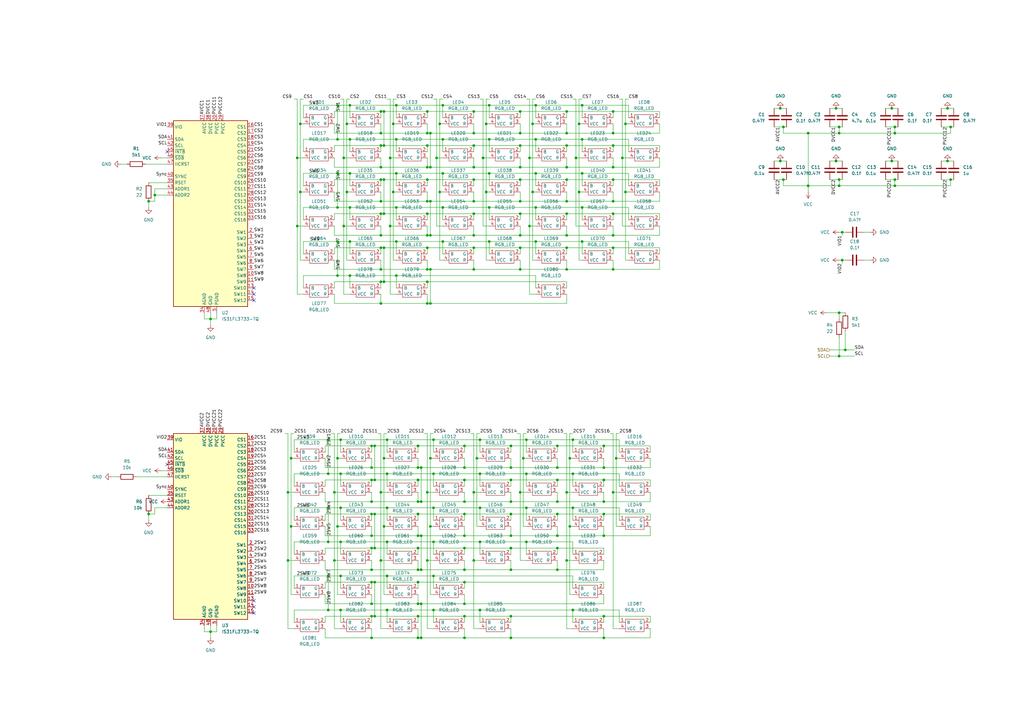
<source format=kicad_sch>
(kicad_sch (version 20211123) (generator eeschema)
  (paper "A3")
  (title_block (title "Ramen80") (date "2022-02-24") (rev "v1.0.0") (company "Ramen Keebs") (comment 1 "LED Matrix"))
  (junction (at 143.51 71.12))
  (junction (at 156.21 87.63))
  (junction (at 180.34 50.8))
  (junction (at 344.17 76.2))
  (junction (at 175.26 96.52))
  (junction (at 344.17 128.27))
  (junction (at 232.41 82.55))
  (junction (at 152.4 191.77))
  (junction (at 134.62 180.34))
  (junction (at 177.8 222.25))
  (junction (at 162.56 85.09))
  (junction (at 176.53 54.61))
  (junction (at 162.56 113.03))
  (junction (at 153.67 210.82))
  (junction (at 238.76 71.12))
  (junction (at 251.46 59.69))
  (junction (at 365.76 44.45))
  (junction (at 137.16 201.93))
  (junction (at 209.55 252.73))
  (junction (at 181.61 43.18))
  (junction (at 139.7 236.22))
  (junction (at 213.36 59.69))
  (junction (at 209.55 191.77))
  (junction (at 175.26 73.66))
  (junction (at 247.65 210.82))
  (junction (at 196.85 180.34))
  (junction (at 213.36 82.55))
  (junction (at 152.4 238.76))
  (junction (at 209.55 233.68))
  (junction (at 367.03 76.2))
  (junction (at 251.46 96.52))
  (junction (at 172.72 233.68))
  (junction (at 213.36 201.93))
  (junction (at 228.6 196.85))
  (junction (at 157.48 59.69))
  (junction (at 86.36 130.81))
  (junction (at 219.71 85.09))
  (junction (at 157.48 45.72))
  (junction (at 365.76 66.04))
  (junction (at 190.5 205.74))
  (junction (at 344.17 73.66))
  (junction (at 157.48 187.96))
  (junction (at 134.62 250.19))
  (junction (at 177.8 180.34))
  (junction (at 256.54 78.74))
  (junction (at 160.02 64.77))
  (junction (at 251.46 101.6))
  (junction (at 232.41 96.52))
  (junction (at 171.45 210.82))
  (junction (at 181.61 99.06))
  (junction (at 251.46 82.55))
  (junction (at 209.55 219.71))
  (junction (at 238.76 99.06))
  (junction (at 236.22 64.77))
  (junction (at 139.7 180.34))
  (junction (at 153.67 252.73))
  (junction (at 175.26 124.46))
  (junction (at 152.4 233.68))
  (junction (at 200.66 85.09))
  (junction (at 367.03 52.07))
  (junction (at 156.21 124.46))
  (junction (at 161.29 78.74))
  (junction (at 119.38 187.96))
  (junction (at 346.71 143.51))
  (junction (at 153.67 182.88))
  (junction (at 251.46 73.66))
  (junction (at 233.68 187.96))
  (junction (at 194.31 87.63))
  (junction (at 234.95 250.19))
  (junction (at 228.6 182.88))
  (junction (at 213.36 68.58))
  (junction (at 320.04 66.04))
  (junction (at 228.6 205.74))
  (junction (at 232.41 101.6))
  (junction (at 176.53 215.9))
  (junction (at 138.43 71.12))
  (junction (at 156.21 96.52))
  (junction (at 190.5 219.71))
  (junction (at 213.36 101.6))
  (junction (at 86.36 259.08))
  (junction (at 171.45 205.74))
  (junction (at 60.96 82.55))
  (junction (at 156.21 110.49))
  (junction (at 118.11 201.93))
  (junction (at 213.36 73.66))
  (junction (at 152.4 182.88))
  (junction (at 158.75 194.31))
  (junction (at 143.51 99.06))
  (junction (at 190.5 247.65))
  (junction (at 176.53 110.49))
  (junction (at 138.43 99.06))
  (junction (at 345.44 95.25))
  (junction (at 143.51 43.18))
  (junction (at 162.56 99.06))
  (junction (at 156.21 45.72))
  (junction (at 177.8 194.31))
  (junction (at 234.95 194.31))
  (junction (at 176.53 124.46))
  (junction (at 321.31 73.66))
  (junction (at 156.21 115.57))
  (junction (at 198.12 64.77))
  (junction (at 190.5 191.77))
  (junction (at 156.21 73.66))
  (junction (at 171.45 233.68))
  (junction (at 175.26 115.57))
  (junction (at 232.41 59.69))
  (junction (at 157.48 73.66))
  (junction (at 209.55 224.79))
  (junction (at 175.26 101.6))
  (junction (at 139.7 250.19))
  (junction (at 247.65 219.71))
  (junction (at 153.67 196.85))
  (junction (at 238.76 43.18))
  (junction (at 175.26 201.93))
  (junction (at 156.21 229.87))
  (junction (at 158.75 222.25))
  (junction (at 138.43 57.15))
  (junction (at 219.71 57.15))
  (junction (at 342.9 66.04))
  (junction (at 195.58 187.96))
  (junction (at 228.6 210.82))
  (junction (at 344.17 146.05))
  (junction (at 172.72 205.74))
  (junction (at 219.71 43.18))
  (junction (at 247.65 196.85))
  (junction (at 176.53 68.58))
  (junction (at 331.47 76.2))
  (junction (at 232.41 229.87))
  (junction (at 237.49 78.74))
  (junction (at 213.36 45.72))
  (junction (at 157.48 87.63))
  (junction (at 139.7 194.31))
  (junction (at 321.31 52.07))
  (junction (at 140.97 92.71))
  (junction (at 156.21 101.6))
  (junction (at 209.55 210.82))
  (junction (at 196.85 208.28))
  (junction (at 247.65 261.62))
  (junction (at 217.17 64.77))
  (junction (at 138.43 215.9))
  (junction (at 200.66 57.15))
  (junction (at 137.16 229.87))
  (junction (at 175.26 54.61))
  (junction (at 175.26 59.69))
  (junction (at 171.45 224.79))
  (junction (at 237.49 50.8))
  (junction (at 138.43 113.03))
  (junction (at 158.75 208.28))
  (junction (at 218.44 78.74))
  (junction (at 190.5 210.82))
  (junction (at 209.55 261.62))
  (junction (at 142.24 50.8))
  (junction (at 194.31 59.69))
  (junction (at 194.31 68.58))
  (junction (at 158.75 180.34))
  (junction (at 228.6 233.68))
  (junction (at 152.4 224.79))
  (junction (at 171.45 261.62))
  (junction (at 194.31 110.49))
  (junction (at 171.45 182.88))
  (junction (at 233.68 215.9))
  (junction (at 171.45 252.73))
  (junction (at 194.31 54.61))
  (junction (at 171.45 219.71))
  (junction (at 60.96 210.82))
  (junction (at 138.43 187.96))
  (junction (at 63.5 80.01))
  (junction (at 251.46 68.58))
  (junction (at 177.8 208.28))
  (junction (at 153.67 224.79))
  (junction (at 194.31 101.6))
  (junction (at 200.66 43.18))
  (junction (at 194.31 45.72))
  (junction (at 247.65 191.77))
  (junction (at 209.55 196.85))
  (junction (at 213.36 110.49))
  (junction (at 121.92 64.77))
  (junction (at 139.7 208.28))
  (junction (at 190.5 233.68))
  (junction (at 388.62 66.04))
  (junction (at 228.6 219.71))
  (junction (at 255.27 64.77))
  (junction (at 176.53 187.96))
  (junction (at 157.48 115.57))
  (junction (at 179.07 64.77))
  (junction (at 215.9 222.25))
  (junction (at 171.45 191.77))
  (junction (at 171.45 196.85))
  (junction (at 156.21 201.93))
  (junction (at 234.95 208.28))
  (junction (at 153.67 238.76))
  (junction (at 247.65 205.74))
  (junction (at 232.41 87.63))
  (junction (at 181.61 71.12))
  (junction (at 215.9 194.31))
  (junction (at 232.41 68.58))
  (junction (at 177.8 236.22))
  (junction (at 367.03 54.61))
  (junction (at 152.4 196.85))
  (junction (at 172.72 247.65))
  (junction (at 156.21 82.55))
  (junction (at 238.76 85.09))
  (junction (at 161.29 50.8))
  (junction (at 171.45 238.76))
  (junction (at 194.31 229.87))
  (junction (at 152.4 261.62))
  (junction (at 213.36 96.52))
  (junction (at 194.31 82.55))
  (junction (at 152.4 219.71))
  (junction (at 134.62 222.25))
  (junction (at 134.62 208.28))
  (junction (at 156.21 68.58))
  (junction (at 140.97 64.77))
  (junction (at 123.19 78.74))
  (junction (at 228.6 224.79))
  (junction (at 162.56 71.12))
  (junction (at 190.5 261.62))
  (junction (at 199.39 78.74))
  (junction (at 160.02 92.71))
  (junction (at 190.5 238.76))
  (junction (at 247.65 252.73))
  (junction (at 389.89 73.66))
  (junction (at 181.61 57.15))
  (junction (at 344.17 54.61))
  (junction (at 345.44 106.68))
  (junction (at 196.85 194.31))
  (junction (at 247.65 182.88))
  (junction (at 152.4 247.65))
  (junction (at 234.95 180.34))
  (junction (at 194.31 73.66))
  (junction (at 156.21 59.69))
  (junction (at 251.46 54.61))
  (junction (at 190.5 224.79))
  (junction (at 172.72 261.62))
  (junction (at 213.36 54.61))
  (junction (at 181.61 85.09))
  (junction (at 232.41 45.72))
  (junction (at 214.63 187.96))
  (junction (at 158.75 236.22))
  (junction (at 143.51 57.15))
  (junction (at 209.55 182.88))
  (junction (at 251.46 87.63))
  (junction (at 190.5 182.88))
  (junction (at 123.19 50.8))
  (junction (at 251.46 201.93))
  (junction (at 172.72 219.71))
  (junction (at 157.48 215.9))
  (junction (at 218.44 50.8))
  (junction (at 121.92 92.71))
  (junction (at 190.5 196.85))
  (junction (at 142.24 78.74))
  (junction (at 152.4 210.82))
  (junction (at 256.54 50.8))
  (junction (at 199.39 50.8))
  (junction (at 388.62 44.45))
  (junction (at 134.62 236.22))
  (junction (at 196.85 222.25))
  (junction (at 320.04 44.45))
  (junction (at 194.31 96.52))
  (junction (at 251.46 45.72))
  (junction (at 175.26 87.63))
  (junction (at 143.51 85.09))
  (junction (at 219.71 71.12))
  (junction (at 232.41 201.93))
  (junction (at 389.89 52.07))
  (junction (at 232.41 54.61))
  (junction (at 176.53 82.55))
  (junction (at 180.34 78.74))
  (junction (at 213.36 87.63))
  (junction (at 156.21 54.61))
  (junction (at 172.72 191.77))
  (junction (at 143.51 113.03))
  (junction (at 162.56 43.18))
  (junction (at 175.26 45.72))
  (junction (at 118.11 229.87))
  (junction (at 209.55 205.74))
  (junction (at 176.53 96.52))
  (junction (at 175.26 110.49))
  (junction (at 158.75 250.19))
  (junction (at 200.66 71.12))
  (junction (at 157.48 101.6))
  (junction (at 152.4 252.73))
  (junction (at 119.38 215.9))
  (junction (at 232.41 110.49))
  (junction (at 196.85 250.19))
  (junction (at 162.56 57.15))
  (junction (at 228.6 191.77))
  (junction (at 331.47 54.61))
  (junction (at 344.17 52.07))
  (junction (at 219.71 99.06))
  (junction (at 238.76 57.15))
  (junction (at 152.4 205.74))
  (junction (at 215.9 180.34))
  (junction (at 215.9 208.28))
  (junction (at 138.43 43.18))
  (junction (at 251.46 110.49))
  (junction (at 232.41 73.66))
  (junction (at 175.26 82.55))
  (junction (at 171.45 247.65))
  (junction (at 252.73 187.96))
  (junction (at 217.17 92.71))
  (junction (at 138.43 85.09))
  (junction (at 200.66 99.06))
  (junction (at 175.26 229.87))
  (junction (at 134.62 194.31))
  (junction (at 190.5 252.73))
  (junction (at 139.7 222.25))
  (junction (at 177.8 250.19))
  (junction (at 175.26 68.58))
  (junction (at 194.31 201.93))
  (junction (at 342.9 44.45))
  (junction (at 367.03 73.66))
  (no_connect (at 68.58 190.5))
  (no_connect (at 104.14 120.65))
  (no_connect (at 68.58 62.23))
  (no_connect (at 104.14 118.11))
  (no_connect (at 104.14 123.19))
  (no_connect (at 104.14 248.92))
  (no_connect (at 104.14 251.46))
  (no_connect (at 104.14 246.38))
  (wire (pts (xy 177.8 236.22) (xy 177.8 241.3)))
  (wire (pts (xy 196.85 208.28) (xy 215.9 208.28)))
  (wire (pts (xy 238.76 57.15) (xy 238.76 62.23)))
  (wire (pts (xy 213.36 87.63) (xy 213.36 90.17)))
  (wire (pts (xy 232.41 82.55) (xy 251.46 82.55)))
  (wire (pts (xy 120.65 250.19) (xy 134.62 250.19)))
  (wire (pts (xy 232.41 59.69) (xy 232.41 62.23)))
  (wire (pts (xy 153.67 182.88) (xy 171.45 182.88)))
  (wire (pts (xy 257.81 57.15) (xy 257.81 62.23)))
  (wire (pts (xy 322.58 66.04) (xy 320.04 66.04)))
  (wire (pts (xy 157.48 45.72) (xy 157.48 59.69)))
  (wire (pts (xy 198.12 64.77) (xy 198.12 40.64)))
  (wire (pts (xy 162.56 57.15) (xy 181.61 57.15)))
  (wire (pts (xy 137.16 201.93) (xy 137.16 177.8)))
  (wire (pts (xy 215.9 40.64) (xy 217.17 40.64)))
  (wire (pts (xy 162.56 71.12) (xy 181.61 71.12)))
  (wire (pts (xy 198.12 92.71) (xy 200.66 92.71)))
  (wire (pts (xy 175.26 78.74) (xy 175.26 82.55)))
  (wire (pts (xy 177.8 236.22) (xy 234.95 236.22)))
  (wire (pts (xy 152.4 205.74) (xy 171.45 205.74)))
  (wire (pts (xy 60.96 82.55) (xy 63.5 82.55)))
  (wire (pts (xy 175.26 257.81) (xy 177.8 257.81)))
  (wire (pts (xy 124.46 85.09) (xy 138.43 85.09)))
  (wire (pts (xy 194.31 96.52) (xy 213.36 96.52)))
  (wire (pts (xy 63.5 80.01) (xy 68.58 80.01)))
  (wire (pts (xy 180.34 78.74) (xy 181.61 78.74)))
  (wire (pts (xy 137.16 96.52) (xy 156.21 96.52)))
  (wire (pts (xy 88.9 256.54) (xy 88.9 259.08)))
  (wire (pts (xy 344.17 76.2) (xy 367.03 76.2)))
  (wire (pts (xy 234.95 194.31) (xy 234.95 199.39)))
  (wire (pts (xy 247.65 252.73) (xy 266.7 252.73)))
  (wire (pts (xy 161.29 50.8) (xy 161.29 78.74)))
  (wire (pts (xy 190.5 196.85) (xy 209.55 196.85)))
  (wire (pts (xy 190.5 191.77) (xy 209.55 191.77)))
  (wire (pts (xy 121.92 120.65) (xy 124.46 120.65)))
  (wire (pts (xy 158.75 180.34) (xy 177.8 180.34)))
  (wire (pts (xy 160.02 92.71) (xy 162.56 92.71)))
  (wire (pts (xy 213.36 59.69) (xy 232.41 59.69)))
  (wire (pts (xy 238.76 43.18) (xy 257.81 43.18)))
  (wire (pts (xy 181.61 57.15) (xy 200.66 57.15)))
  (wire (pts (xy 135.89 177.8) (xy 137.16 177.8)))
  (wire (pts (xy 156.21 106.68) (xy 156.21 110.49)))
  (wire (pts (xy 193.04 177.8) (xy 194.31 177.8)))
  (wire (pts (xy 254 208.28) (xy 254 213.36)))
  (wire (pts (xy 228.6 210.82) (xy 228.6 213.36)))
  (wire (pts (xy 213.36 68.58) (xy 232.41 68.58)))
  (wire (pts (xy 119.38 177.8) (xy 120.65 177.8)))
  (wire (pts (xy 140.97 92.71) (xy 140.97 64.77)))
  (wire (pts (xy 175.26 115.57) (xy 232.41 115.57)))
  (wire (pts (xy 156.21 73.66) (xy 156.21 76.2)))
  (wire (pts (xy 160.02 64.77) (xy 162.56 64.77)))
  (wire (pts (xy 153.67 210.82) (xy 153.67 224.79)))
  (wire (pts (xy 158.75 194.31) (xy 158.75 199.39)))
  (wire (pts (xy 254 250.19) (xy 254 255.27)))
  (wire (pts (xy 251.46 73.66) (xy 270.51 73.66)))
  (wire (pts (xy 254 180.34) (xy 254 185.42)))
  (wire (pts (xy 367.03 73.66) (xy 367.03 76.2)))
  (wire (pts (xy 153.67 238.76) (xy 171.45 238.76)))
  (wire (pts (xy 266.7 191.77) (xy 266.7 187.96)))
  (wire (pts (xy 219.71 113.03) (xy 219.71 118.11)))
  (wire (pts (xy 157.48 87.63) (xy 175.26 87.63)))
  (wire (pts (xy 233.68 187.96) (xy 233.68 177.8)))
  (wire (pts (xy 143.51 113.03) (xy 162.56 113.03)))
  (wire (pts (xy 215.9 194.31) (xy 234.95 194.31)))
  (wire (pts (xy 321.31 76.2) (xy 331.47 76.2)))
  (wire (pts (xy 195.58 187.96) (xy 195.58 215.9)))
  (wire (pts (xy 236.22 92.71) (xy 236.22 64.77)))
  (wire (pts (xy 233.68 177.8) (xy 234.95 177.8)))
  (wire (pts (xy 120.65 236.22) (xy 134.62 236.22)))
  (wire (pts (xy 194.31 78.74) (xy 194.31 82.55)))
  (wire (pts (xy 215.9 222.25) (xy 215.9 227.33)))
  (wire (pts (xy 190.5 224.79) (xy 190.5 227.33)))
  (wire (pts (xy 160.02 120.65) (xy 162.56 120.65)))
  (wire (pts (xy 171.45 233.68) (xy 172.72 233.68)))
  (wire (pts (xy 331.47 76.2) (xy 331.47 78.74)))
  (wire (pts (xy 209.55 196.85) (xy 209.55 199.39)))
  (wire (pts (xy 194.31 101.6) (xy 194.31 104.14)))
  (wire (pts (xy 176.53 82.55) (xy 194.31 82.55)))
  (wire (pts (xy 213.36 201.93) (xy 215.9 201.93)))
  (wire (pts (xy 162.56 99.06) (xy 181.61 99.06)))
  (wire (pts (xy 118.11 229.87) (xy 120.65 229.87)))
  (wire (pts (xy 123.19 40.64) (xy 124.46 40.64)))
  (wire (pts (xy 143.51 99.06) (xy 143.51 104.14)))
  (wire (pts (xy 176.53 243.84) (xy 177.8 243.84)))
  (wire (pts (xy 137.16 124.46) (xy 156.21 124.46)))
  (wire (pts (xy 181.61 71.12) (xy 181.61 76.2)))
  (wire (pts (xy 196.85 180.34) (xy 196.85 185.42)))
  (wire (pts (xy 181.61 85.09) (xy 200.66 85.09)))
  (wire (pts (xy 232.41 110.49) (xy 251.46 110.49)))
  (wire (pts (xy 173.99 177.8) (xy 175.26 177.8)))
  (wire (pts (xy 233.68 243.84) (xy 234.95 243.84)))
  (wire (pts (xy 345.44 95.25) (xy 346.71 95.25)))
  (wire (pts (xy 121.92 92.71) (xy 121.92 64.77)))
  (wire (pts (xy 157.48 177.8) (xy 158.75 177.8)))
  (wire (pts (xy 157.48 73.66) (xy 175.26 73.66)))
  (wire (pts (xy 213.36 73.66) (xy 213.36 76.2)))
  (wire (pts (xy 180.34 50.8) (xy 180.34 40.64)))
  (wire (pts (xy 124.46 48.26) (xy 124.46 43.18)))
  (wire (pts (xy 368.3 66.04) (xy 365.76 66.04)))
  (wire (pts (xy 120.65 180.34) (xy 134.62 180.34)))
  (wire (pts (xy 256.54 40.64) (xy 257.81 40.64)))
  (wire (pts (xy 172.72 191.77) (xy 190.5 191.77)))
  (wire (pts (xy 237.49 78.74) (xy 238.76 78.74)))
  (wire (pts (xy 195.58 215.9) (xy 196.85 215.9)))
  (wire (pts (xy 176.53 68.58) (xy 194.31 68.58)))
  (wire (pts (xy 139.7 180.34) (xy 158.75 180.34)))
  (wire (pts (xy 172.72 219.71) (xy 172.72 233.68)))
  (wire (pts (xy 138.43 187.96) (xy 138.43 215.9)))
  (wire (pts (xy 234.95 236.22) (xy 234.95 241.3)))
  (wire (pts (xy 157.48 215.9) (xy 157.48 243.84)))
  (wire (pts (xy 367.03 73.66) (xy 363.22 73.66)))
  (wire (pts (xy 209.55 215.9) (xy 209.55 219.71)))
  (wire (pts (xy 124.46 62.23) (xy 124.46 57.15)))
  (wire (pts (xy 254 40.64) (xy 255.27 40.64)))
  (wire (pts (xy 138.43 85.09) (xy 143.51 85.09)))
  (wire (pts (xy 251.46 68.58) (xy 270.51 68.58)))
  (wire (pts (xy 238.76 71.12) (xy 257.81 71.12)))
  (wire (pts (xy 228.6 205.74) (xy 247.65 205.74)))
  (wire (pts (xy 238.76 71.12) (xy 238.76 76.2)))
  (wire (pts (xy 342.9 44.45) (xy 340.36 44.45)))
  (wire (pts (xy 133.35 229.87) (xy 133.35 233.68)))
  (wire (pts (xy 175.26 54.61) (xy 176.53 54.61)))
  (wire (pts (xy 156.21 87.63) (xy 156.21 90.17)))
  (wire (pts (xy 228.6 196.85) (xy 228.6 199.39)))
  (wire (pts (xy 171.45 182.88) (xy 190.5 182.88)))
  (wire (pts (xy 199.39 50.8) (xy 199.39 78.74)))
  (wire (pts (xy 254 187.96) (xy 252.73 187.96)))
  (wire (pts (xy 232.41 92.71) (xy 232.41 96.52)))
  (wire (pts (xy 257.81 50.8) (xy 256.54 50.8)))
  (wire (pts (xy 342.9 66.04) (xy 340.36 66.04)))
  (wire (pts (xy 365.76 66.04) (xy 363.22 66.04)))
  (wire (pts (xy 228.6 233.68) (xy 247.65 233.68)))
  (wire (pts (xy 251.46 54.61) (xy 270.51 54.61)))
  (wire (pts (xy 120.65 185.42) (xy 120.65 180.34)))
  (wire (pts (xy 194.31 229.87) (xy 194.31 257.81)))
  (wire (pts (xy 133.35 252.73) (xy 152.4 252.73)))
  (wire (pts (xy 251.46 201.93) (xy 254 201.93)))
  (wire (pts (xy 137.16 87.63) (xy 156.21 87.63)))
  (wire (pts (xy 217.17 92.71) (xy 217.17 64.77)))
  (wire (pts (xy 139.7 250.19) (xy 158.75 250.19)))
  (wire (pts (xy 266.7 261.62) (xy 266.7 257.81)))
  (wire (pts (xy 120.65 255.27) (xy 120.65 250.19)))
  (wire (pts (xy 209.55 210.82) (xy 209.55 213.36)))
  (wire (pts (xy 153.67 238.76) (xy 153.67 252.73)))
  (wire (pts (xy 190.5 196.85) (xy 190.5 199.39)))
  (wire (pts (xy 138.43 43.18) (xy 138.43 57.15)))
  (wire (pts (xy 181.61 99.06) (xy 181.61 104.14)))
  (wire (pts (xy 232.41 257.81) (xy 234.95 257.81)))
  (wire (pts (xy 345.44 52.07) (xy 344.17 52.07)))
  (wire (pts (xy 190.5 210.82) (xy 209.55 210.82)))
  (wire (pts (xy 176.53 215.9) (xy 177.8 215.9)))
  (wire (pts (xy 177.8 187.96) (xy 176.53 187.96)))
  (wire (pts (xy 161.29 78.74) (xy 162.56 78.74)))
  (wire (pts (xy 156.21 59.69) (xy 157.48 59.69)))
  (wire (pts (xy 158.75 250.19) (xy 158.75 255.27)))
  (wire (pts (xy 137.16 48.26) (xy 137.16 45.72)))
  (wire (pts (xy 175.26 87.63) (xy 194.31 87.63)))
  (wire (pts (xy 200.66 85.09) (xy 200.66 90.17)))
  (wire (pts (xy 237.49 40.64) (xy 238.76 40.64)))
  (wire (pts (xy 138.43 71.12) (xy 138.43 85.09)))
  (wire (pts (xy 251.46 201.93) (xy 251.46 257.81)))
  (wire (pts (xy 250.19 177.8) (xy 251.46 177.8)))
  (wire (pts (xy 139.7 208.28) (xy 158.75 208.28)))
  (wire (pts (xy 152.4 210.82) (xy 152.4 213.36)))
  (wire (pts (xy 175.26 201.93) (xy 177.8 201.93)))
  (wire (pts (xy 256.54 106.68) (xy 257.81 106.68)))
  (wire (pts (xy 232.41 45.72) (xy 251.46 45.72)))
  (wire (pts (xy 345.44 66.04) (xy 342.9 66.04)))
  (wire (pts (xy 133.35 227.33) (xy 133.35 224.79)))
  (wire (pts (xy 156.21 50.8) (xy 156.21 54.61)))
  (wire (pts (xy 270.51 68.58) (xy 270.51 64.77)))
  (wire (pts (xy 118.11 201.93) (xy 118.11 229.87)))
  (wire (pts (xy 156.21 101.6) (xy 157.48 101.6)))
  (wire (pts (xy 176.53 96.52) (xy 194.31 96.52)))
  (wire (pts (xy 190.5 215.9) (xy 190.5 219.71)))
  (wire (pts (xy 344.17 138.43) (xy 344.17 146.05)))
  (wire (pts (xy 139.7 180.34) (xy 139.7 185.42)))
  (wire (pts (xy 232.41 201.93) (xy 232.41 177.8)))
  (wire (pts (xy 152.4 191.77) (xy 171.45 191.77)))
  (wire (pts (xy 152.4 196.85) (xy 152.4 199.39)))
  (wire (pts (xy 270.51 73.66) (xy 270.51 76.2)))
  (wire (pts (xy 219.71 71.12) (xy 238.76 71.12)))
  (wire (pts (xy 162.56 113.03) (xy 219.71 113.03)))
  (wire (pts (xy 218.44 106.68) (xy 219.71 106.68)))
  (wire (pts (xy 177.8 180.34) (xy 196.85 180.34)))
  (wire (pts (xy 177.8 222.25) (xy 196.85 222.25)))
  (wire (pts (xy 247.65 210.82) (xy 247.65 213.36)))
  (wire (pts (xy 152.4 196.85) (xy 153.67 196.85)))
  (wire (pts (xy 143.51 85.09) (xy 162.56 85.09)))
  (wire (pts (xy 133.35 241.3) (xy 133.35 238.76)))
  (wire (pts (xy 237.49 50.8) (xy 237.49 78.74)))
  (wire (pts (xy 171.45 252.73) (xy 190.5 252.73)))
  (wire (pts (xy 194.31 54.61) (xy 213.36 54.61)))
  (wire (pts (xy 175.26 124.46) (xy 176.53 124.46)))
  (wire (pts (xy 140.97 64.77) (xy 140.97 40.64)))
  (wire (pts (xy 156.21 115.57) (xy 156.21 118.11)))
  (wire (pts (xy 175.26 201.93) (xy 175.26 177.8)))
  (wire (pts (xy 133.35 224.79) (xy 152.4 224.79)))
  (wire (pts (xy 156.21 101.6) (xy 156.21 104.14)))
  (wire (pts (xy 331.47 54.61) (xy 331.47 76.2)))
  (wire (pts (xy 346.71 143.51) (xy 350.52 143.51)))
  (wire (pts (xy 344.17 73.66) (xy 340.36 73.66)))
  (wire (pts (xy 171.45 182.88) (xy 171.45 185.42)))
  (wire (pts (xy 344.17 52.07) (xy 344.17 54.61)))
  (wire (pts (xy 177.8 222.25) (xy 177.8 227.33)))
  (wire (pts (xy 194.31 229.87) (xy 196.85 229.87)))
  (wire (pts (xy 344.17 52.07) (xy 340.36 52.07)))
  (wire (pts (xy 137.16 45.72) (xy 156.21 45.72)))
  (wire (pts (xy 153.67 182.88) (xy 153.67 196.85)))
  (wire (pts (xy 139.7 194.31) (xy 139.7 199.39)))
  (wire (pts (xy 194.31 68.58) (xy 213.36 68.58)))
  (wire (pts (xy 214.63 187.96) (xy 214.63 177.8)))
  (wire (pts (xy 175.26 120.65) (xy 175.26 124.46)))
  (wire (pts (xy 251.46 82.55) (xy 270.51 82.55)))
  (wire (pts (xy 234.95 180.34) (xy 234.95 185.42)))
  (wire (pts (xy 124.46 43.18) (xy 138.43 43.18)))
  (wire (pts (xy 137.16 59.69) (xy 156.21 59.69)))
  (wire (pts (xy 133.35 219.71) (xy 152.4 219.71)))
  (wire (pts (xy 140.97 92.71) (xy 143.51 92.71)))
  (wire (pts (xy 344.17 95.25) (xy 345.44 95.25)))
  (wire (pts (xy 116.84 177.8) (xy 118.11 177.8)))
  (wire (pts (xy 158.75 236.22) (xy 158.75 241.3)))
  (wire (pts (xy 339.09 128.27) (xy 344.17 128.27)))
  (wire (pts (xy 83.82 128.27) (xy 83.82 130.81)))
  (wire (pts (xy 247.65 257.81) (xy 247.65 261.62)))
  (wire (pts (xy 60.96 210.82) (xy 63.5 210.82)))
  (wire (pts (xy 213.36 87.63) (xy 232.41 87.63)))
  (wire (pts (xy 389.89 76.2) (xy 389.89 73.66)))
  (wire (pts (xy 232.41 106.68) (xy 232.41 110.49)))
  (wire (pts (xy 345.44 95.25) (xy 345.44 96.52)))
  (wire (pts (xy 172.72 205.74) (xy 190.5 205.74)))
  (wire (pts (xy 137.16 115.57) (xy 156.21 115.57)))
  (wire (pts (xy 209.55 257.81) (xy 209.55 261.62)))
  (wire (pts (xy 142.24 40.64) (xy 143.51 40.64)))
  (wire (pts (xy 177.8 194.31) (xy 177.8 199.39)))
  (wire (pts (xy 176.53 82.55) (xy 176.53 96.52)))
  (wire (pts (xy 331.47 76.2) (xy 344.17 76.2)))
  (wire (pts (xy 134.62 194.31) (xy 139.7 194.31)))
  (wire (pts (xy 158.75 194.31) (xy 177.8 194.31)))
  (wire (pts (xy 137.16 120.65) (xy 137.16 124.46)))
  (wire (pts (xy 213.36 106.68) (xy 213.36 110.49)))
  (wire (pts (xy 157.48 59.69) (xy 175.26 59.69)))
  (wire (pts (xy 198.12 92.71) (xy 198.12 64.77)))
  (wire (pts (xy 255.27 92.71) (xy 257.81 92.71)))
  (wire (pts (xy 247.65 191.77) (xy 266.7 191.77)))
  (wire (pts (xy 160.02 92.71) (xy 160.02 64.77)))
  (wire (pts (xy 171.45 247.65) (xy 172.72 247.65)))
  (wire (pts (xy 137.16 76.2) (xy 137.16 73.66)))
  (wire (pts (xy 209.55 233.68) (xy 228.6 233.68)))
  (wire (pts (xy 171.45 196.85) (xy 190.5 196.85)))
  (wire (pts (xy 63.5 208.28) (xy 63.5 210.82)))
  (wire (pts (xy 251.46 78.74) (xy 251.46 82.55)))
  (wire (pts (xy 137.16 229.87) (xy 137.16 257.81)))
  (wire (pts (xy 213.36 201.93) (xy 213.36 229.87)))
  (wire (pts (xy 158.75 180.34) (xy 158.75 185.42)))
  (wire (pts (xy 179.07 92.71) (xy 181.61 92.71)))
  (wire (pts (xy 256.54 50.8) (xy 256.54 78.74)))
  (wire (pts (xy 152.4 224.79) (xy 152.4 227.33)))
  (wire (pts (xy 153.67 252.73) (xy 171.45 252.73)))
  (wire (pts (xy 251.46 87.63) (xy 270.51 87.63)))
  (wire (pts (xy 139.7 187.96) (xy 138.43 187.96)))
  (wire (pts (xy 196.85 208.28) (xy 196.85 213.36)))
  (wire (pts (xy 120.65 194.31) (xy 134.62 194.31)))
  (wire (pts (xy 215.9 208.28) (xy 234.95 208.28)))
  (wire (pts (xy 137.16 82.55) (xy 156.21 82.55)))
  (wire (pts (xy 194.31 201.93) (xy 194.31 177.8)))
  (wire (pts (xy 134.62 222.25) (xy 139.7 222.25)))
  (wire (pts (xy 171.45 229.87) (xy 171.45 233.68)))
  (wire (pts (xy 133.35 215.9) (xy 133.35 219.71)))
  (wire (pts (xy 124.46 71.12) (xy 138.43 71.12)))
  (wire (pts (xy 194.31 73.66) (xy 194.31 76.2)))
  (wire (pts (xy 137.16 68.58) (xy 156.21 68.58)))
  (wire (pts (xy 251.46 110.49) (xy 270.51 110.49)))
  (wire (pts (xy 134.62 236.22) (xy 134.62 250.19)))
  (wire (pts (xy 238.76 99.06) (xy 238.76 104.14)))
  (wire (pts (xy 228.6 210.82) (xy 247.65 210.82)))
  (wire (pts (xy 59.69 67.31) (xy 68.58 67.31)))
  (wire (pts (xy 158.75 187.96) (xy 157.48 187.96)))
  (wire (pts (xy 177.8 208.28) (xy 196.85 208.28)))
  (wire (pts (xy 228.6 196.85) (xy 247.65 196.85)))
  (wire (pts (xy 156.21 201.93) (xy 158.75 201.93)))
  (wire (pts (xy 391.16 73.66) (xy 389.89 73.66)))
  (wire (pts (xy 175.26 101.6) (xy 194.31 101.6)))
  (wire (pts (xy 157.48 101.6) (xy 157.48 115.57)))
  (wire (pts (xy 157.48 73.66) (xy 157.48 87.63)))
  (wire (pts (xy 213.36 50.8) (xy 213.36 54.61)))
  (wire (pts (xy 123.19 50.8) (xy 123.19 78.74)))
  (wire (pts (xy 143.51 43.18) (xy 162.56 43.18)))
  (wire (pts (xy 171.45 238.76) (xy 171.45 241.3)))
  (wire (pts (xy 190.5 252.73) (xy 209.55 252.73)))
  (wire (pts (xy 252.73 177.8) (xy 254 177.8)))
  (wire (pts (xy 238.76 85.09) (xy 257.81 85.09)))
  (wire (pts (xy 234.95 194.31) (xy 254 194.31)))
  (wire (pts (xy 215.9 187.96) (xy 214.63 187.96)))
  (wire (pts (xy 190.5 182.88) (xy 209.55 182.88)))
  (wire (pts (xy 321.31 52.07) (xy 317.5 52.07)))
  (wire (pts (xy 121.92 120.65) (xy 121.92 92.71)))
  (wire (pts (xy 138.43 215.9) (xy 139.7 215.9)))
  (wire (pts (xy 171.45 187.96) (xy 171.45 191.77)))
  (wire (pts (xy 219.71 85.09) (xy 238.76 85.09)))
  (wire (pts (xy 152.4 182.88) (xy 153.67 182.88)))
  (wire (pts (xy 237.49 40.64) (xy 237.49 50.8)))
  (wire (pts (xy 266.7 219.71) (xy 266.7 215.9)))
  (wire (pts (xy 247.65 238.76) (xy 247.65 241.3)))
  (wire (pts (xy 391.16 66.04) (xy 388.62 66.04)))
  (wire (pts (xy 156.21 73.66) (xy 157.48 73.66)))
  (wire (pts (xy 139.7 250.19) (xy 139.7 255.27)))
  (wire (pts (xy 143.51 99.06) (xy 162.56 99.06)))
  (wire (pts (xy 344.17 106.68) (xy 345.44 106.68)))
  (wire (pts (xy 181.61 71.12) (xy 200.66 71.12)))
  (wire (pts (xy 219.71 57.15) (xy 219.71 62.23)))
  (wire (pts (xy 232.41 54.61) (xy 251.46 54.61)))
  (wire (pts (xy 157.48 215.9) (xy 158.75 215.9)))
  (wire (pts (xy 137.16 73.66) (xy 156.21 73.66)))
  (wire (pts (xy 198.12 64.77) (xy 200.66 64.77)))
  (wire (pts (xy 158.75 40.64) (xy 160.02 40.64)))
  (wire (pts (xy 228.6 201.93) (xy 228.6 205.74)))
  (wire (pts (xy 213.36 45.72) (xy 232.41 45.72)))
  (wire (pts (xy 213.36 92.71) (xy 213.36 96.52)))
  (wire (pts (xy 388.62 44.45) (xy 386.08 44.45)))
  (wire (pts (xy 213.36 96.52) (xy 232.41 96.52)))
  (wire (pts (xy 251.46 87.63) (xy 251.46 90.17)))
  (wire (pts (xy 219.71 99.06) (xy 219.71 104.14)))
  (wire (pts (xy 232.41 59.69) (xy 251.46 59.69)))
  (wire (pts (xy 340.36 143.51) (xy 346.71 143.51)))
  (wire (pts (xy 212.09 177.8) (xy 213.36 177.8)))
  (wire (pts (xy 194.31 201.93) (xy 194.31 229.87)))
  (wire (pts (xy 251.46 45.72) (xy 251.46 48.26)))
  (wire (pts (xy 181.61 99.06) (xy 200.66 99.06)))
  (wire (pts (xy 176.53 54.61) (xy 194.31 54.61)))
  (wire (pts (xy 133.35 255.27) (xy 133.35 252.73)))
  (wire (pts (xy 66.04 193.04) (xy 68.58 193.04)))
  (wire (pts (xy 161.29 78.74) (xy 161.29 106.68)))
  (wire (pts (xy 180.34 106.68) (xy 181.61 106.68)))
  (wire (pts (xy 152.4 238.76) (xy 152.4 241.3)))
  (wire (pts (xy 156.21 45.72) (xy 156.21 48.26)))
  (wire (pts (xy 175.26 68.58) (xy 176.53 68.58)))
  (wire (pts (xy 231.14 177.8) (xy 232.41 177.8)))
  (wire (pts (xy 194.31 50.8) (xy 194.31 54.61)))
  (wire (pts (xy 120.65 187.96) (xy 119.38 187.96)))
  (wire (pts (xy 190.5 210.82) (xy 190.5 213.36)))
  (wire (pts (xy 236.22 92.71) (xy 238.76 92.71)))
  (wire (pts (xy 213.36 73.66) (xy 232.41 73.66)))
  (wire (pts (xy 138.43 177.8) (xy 139.7 177.8)))
  (wire (pts (xy 238.76 43.18) (xy 238.76 48.26)))
  (wire (pts (xy 162.56 99.06) (xy 162.56 104.14)))
  (wire (pts (xy 156.21 115.57) (xy 157.48 115.57)))
  (wire (pts (xy 137.16 62.23) (xy 137.16 59.69)))
  (wire (pts (xy 251.46 64.77) (xy 251.46 68.58)))
  (wire (pts (xy 200.66 43.18) (xy 200.66 48.26)))
  (wire (pts (xy 156.21 96.52) (xy 175.26 96.52)))
  (wire (pts (xy 219.71 43.18) (xy 238.76 43.18)))
  (wire (pts (xy 247.65 243.84) (xy 247.65 247.65)))
  (wire (pts (xy 209.55 191.77) (xy 228.6 191.77)))
  (wire (pts (xy 200.66 57.15) (xy 219.71 57.15)))
  (wire (pts (xy 175.26 45.72) (xy 194.31 45.72)))
  (wire (pts (xy 218.44 50.8) (xy 218.44 78.74)))
  (wire (pts (xy 251.46 45.72) (xy 270.51 45.72)))
  (wire (pts (xy 139.7 194.31) (xy 158.75 194.31)))
  (wire (pts (xy 256.54 78.74) (xy 256.54 106.68)))
  (wire (pts (xy 209.55 261.62) (xy 247.65 261.62)))
  (wire (pts (xy 133.35 257.81) (xy 133.35 261.62)))
  (wire (pts (xy 134.62 180.34) (xy 134.62 194.31)))
  (wire (pts (xy 232.41 229.87) (xy 232.41 257.81)))
  (wire (pts (xy 194.31 87.63) (xy 213.36 87.63)))
  (wire (pts (xy 219.71 85.09) (xy 219.71 90.17)))
  (wire (pts (xy 152.4 224.79) (xy 153.67 224.79)))
  (wire (pts (xy 180.34 78.74) (xy 180.34 106.68)))
  (wire (pts (xy 60.96 210.82) (xy 60.96 213.36)))
  (wire (pts (xy 133.35 210.82) (xy 152.4 210.82)))
  (wire (pts (xy 171.45 257.81) (xy 171.45 261.62)))
  (wire (pts (xy 162.56 113.03) (xy 162.56 118.11)))
  (wire (pts (xy 367.03 52.07) (xy 363.22 52.07)))
  (wire (pts (xy 251.46 257.81) (xy 254 257.81)))
  (wire (pts (xy 247.65 187.96) (xy 247.65 191.77)))
  (wire (pts (xy 175.26 87.63) (xy 175.26 90.17)))
  (wire (pts (xy 152.4 229.87) (xy 152.4 233.68)))
  (wire (pts (xy 156.21 110.49) (xy 175.26 110.49)))
  (wire (pts (xy 213.36 101.6) (xy 213.36 104.14)))
  (wire (pts (xy 232.41 87.63) (xy 251.46 87.63)))
  (wire (pts (xy 194.31 73.66) (xy 213.36 73.66)))
  (wire (pts (xy 119.38 187.96) (xy 119.38 177.8)))
  (wire (pts (xy 124.46 90.17) (xy 124.46 85.09)))
  (wire (pts (xy 171.45 191.77) (xy 172.72 191.77)))
  (wire (pts (xy 48.26 195.58) (xy 45.72 195.58)))
  (wire (pts (xy 234.95 208.28) (xy 254 208.28)))
  (wire (pts (xy 247.65 196.85) (xy 247.65 199.39)))
  (wire (pts (xy 247.65 182.88) (xy 247.65 185.42)))
  (wire (pts (xy 368.3 73.66) (xy 367.03 73.66)))
  (wire (pts (xy 344.17 128.27) (xy 346.71 128.27)))
  (wire (pts (xy 190.5 205.74) (xy 209.55 205.74)))
  (wire (pts (xy 123.19 106.68) (xy 124.46 106.68)))
  (wire (pts (xy 194.31 201.93) (xy 196.85 201.93)))
  (wire (pts (xy 215.9 222.25) (xy 234.95 222.25)))
  (wire (pts (xy 345.44 44.45) (xy 342.9 44.45)))
  (wire (pts (xy 134.62 236.22) (xy 139.7 236.22)))
  (wire (pts (xy 251.46 59.69) (xy 270.51 59.69)))
  (wire (pts (xy 157.48 243.84) (xy 158.75 243.84)))
  (wire (pts (xy 354.33 95.25) (xy 356.87 95.25)))
  (wire (pts (xy 194.31 257.81) (xy 196.85 257.81)))
  (wire (pts (xy 190.5 238.76) (xy 247.65 238.76)))
  (wire (pts (xy 171.45 224.79) (xy 171.45 227.33)))
  (wire (pts (xy 120.65 40.64) (xy 121.92 40.64)))
  (wire (pts (xy 86.36 259.08) (xy 86.36 261.62)))
  (wire (pts (xy 142.24 106.68) (xy 143.51 106.68)))
  (wire (pts (xy 251.46 73.66) (xy 251.46 76.2)))
  (wire (pts (xy 179.07 92.71) (xy 179.07 64.77)))
  (wire (pts (xy 162.56 57.15) (xy 162.56 62.23)))
  (wire (pts (xy 138.43 57.15) (xy 143.51 57.15)))
  (wire (pts (xy 232.41 45.72) (xy 232.41 48.26)))
  (wire (pts (xy 86.36 256.54) (xy 86.36 259.08)))
  (wire (pts (xy 157.48 187.96) (xy 157.48 215.9)))
  (wire (pts (xy 119.38 243.84) (xy 120.65 243.84)))
  (wire (pts (xy 228.6 187.96) (xy 228.6 191.77)))
  (wire (pts (xy 139.7 40.64) (xy 140.97 40.64)))
  (wire (pts (xy 194.31 64.77) (xy 194.31 68.58)))
  (wire (pts (xy 194.31 82.55) (xy 213.36 82.55)))
  (wire (pts (xy 142.24 78.74) (xy 143.51 78.74)))
  (wire (pts (xy 175.26 110.49) (xy 176.53 110.49)))
  (wire (pts (xy 270.51 110.49) (xy 270.51 106.68)))
  (wire (pts (xy 213.36 78.74) (xy 213.36 82.55)))
  (wire (pts (xy 152.4 257.81) (xy 152.4 261.62)))
  (wire (pts (xy 175.26 59.69) (xy 194.31 59.69)))
  (wire (pts (xy 119.38 215.9) (xy 120.65 215.9)))
  (wire (pts (xy 254 194.31) (xy 254 199.39)))
  (wire (pts (xy 171.45 252.73) (xy 171.45 255.27)))
  (wire (pts (xy 152.4 252.73) (xy 153.67 252.73)))
  (wire (pts (xy 138.43 113.03) (xy 143.51 113.03)))
  (wire (pts (xy 172.72 261.62) (xy 190.5 261.62)))
  (wire (pts (xy 233.68 187.96) (xy 233.68 215.9)))
  (wire (pts (xy 171.45 243.84) (xy 171.45 247.65)))
  (wire (pts (xy 180.34 50.8) (xy 180.34 78.74)))
  (wire (pts (xy 177.8 180.34) (xy 177.8 185.42)))
  (wire (pts (xy 171.45 210.82) (xy 171.45 213.36)))
  (wire (pts (xy 156.21 59.69) (xy 156.21 62.23)))
  (wire (pts (xy 120.65 213.36) (xy 120.65 208.28)))
  (wire (pts (xy 194.31 59.69) (xy 194.31 62.23)))
  (wire (pts (xy 321.31 54.61) (xy 331.47 54.61)))
  (wire (pts (xy 138.43 43.18) (xy 143.51 43.18)))
  (wire (pts (xy 157.48 177.8) (xy 157.48 187.96)))
  (wire (pts (xy 247.65 182.88) (xy 266.7 182.88)))
  (wire (pts (xy 213.36 201.93) (xy 213.36 177.8)))
  (wire (pts (xy 124.46 76.2) (xy 124.46 71.12)))
  (wire (pts (xy 156.21 229.87) (xy 158.75 229.87)))
  (wire (pts (xy 121.92 92.71) (xy 124.46 92.71)))
  (wire (pts (xy 368.3 52.07) (xy 367.03 52.07)))
  (wire (pts (xy 158.75 208.28) (xy 158.75 213.36)))
  (wire (pts (xy 86.36 130.81) (xy 88.9 130.81)))
  (wire (pts (xy 161.29 40.64) (xy 161.29 50.8)))
  (wire (pts (xy 194.31 59.69) (xy 213.36 59.69)))
  (wire (pts (xy 133.35 196.85) (xy 152.4 196.85)))
  (wire (pts (xy 209.55 201.93) (xy 209.55 205.74)))
  (wire (pts (xy 139.7 236.22) (xy 158.75 236.22)))
  (wire (pts (xy 209.55 229.87) (xy 209.55 233.68)))
  (wire (pts (xy 391.16 52.07) (xy 389.89 52.07)))
  (wire (pts (xy 217.17 64.77) (xy 217.17 40.64)))
  (wire (pts (xy 140.97 120.65) (xy 143.51 120.65)))
  (wire (pts (xy 209.55 224.79) (xy 228.6 224.79)))
  (wire (pts (xy 60.96 82.55) (xy 60.96 85.09)))
  (wire (pts (xy 368.3 44.45) (xy 365.76 44.45)))
  (wire (pts (xy 234.95 208.28) (xy 234.95 213.36)))
  (wire (pts (xy 340.36 146.05) (xy 344.17 146.05)))
  (wire (pts (xy 209.55 182.88) (xy 228.6 182.88)))
  (wire (pts (xy 190.5 261.62) (xy 209.55 261.62)))
  (wire (pts (xy 219.71 50.8) (xy 218.44 50.8)))
  (wire (pts (xy 194.31 110.49) (xy 213.36 110.49)))
  (wire (pts (xy 247.65 252.73) (xy 247.65 255.27)))
  (wire (pts (xy 118.11 201.93) (xy 120.65 201.93)))
  (wire (pts (xy 134.62 208.28) (xy 139.7 208.28)))
  (wire (pts (xy 200.66 99.06) (xy 200.66 104.14)))
  (wire (pts (xy 133.35 233.68) (xy 152.4 233.68)))
  (wire (pts (xy 209.55 210.82) (xy 228.6 210.82)))
  (wire (pts (xy 49.53 67.31) (xy 52.07 67.31)))
  (wire (pts (xy 121.92 64.77) (xy 121.92 40.64)))
  (wire (pts (xy 251.46 50.8) (xy 251.46 54.61)))
  (wire (pts (xy 199.39 106.68) (xy 200.66 106.68)))
  (wire (pts (xy 175.26 92.71) (xy 175.26 96.52)))
  (wire (pts (xy 217.17 92.71) (xy 219.71 92.71)))
  (wire (pts (xy 234.95 250.19) (xy 254 250.19)))
  (wire (pts (xy 345.44 106.68) (xy 346.71 106.68)))
  (wire (pts (xy 365.76 44.45) (xy 363.22 44.45)))
  (wire (pts (xy 215.9 180.34) (xy 234.95 180.34)))
  (wire (pts (xy 133.35 185.42) (xy 133.35 182.88)))
  (wire (pts (xy 157.48 115.57) (xy 175.26 115.57)))
  (wire (pts (xy 190.5 229.87) (xy 190.5 233.68)))
  (wire (pts (xy 345.44 106.68) (xy 345.44 107.95)))
  (wire (pts (xy 152.4 201.93) (xy 152.4 205.74)))
  (wire (pts (xy 257.81 71.12) (xy 257.81 76.2)))
  (wire (pts (xy 237.49 78.74) (xy 237.49 106.68)))
  (wire (pts (xy 176.53 215.9) (xy 176.53 243.84)))
  (wire (pts (xy 142.24 78.74) (xy 142.24 106.68)))
  (wire (pts (xy 232.41 115.57) (xy 232.41 118.11)))
  (wire (pts (xy 120.65 227.33) (xy 120.65 222.25)))
  (wire (pts (xy 190.5 182.88) (xy 190.5 185.42)))
  (wire (pts (xy 134.62 208.28) (xy 134.62 222.25)))
  (wire (pts (xy 177.8 194.31) (xy 196.85 194.31)))
  (wire (pts (xy 137.16 64.77) (xy 137.16 68.58)))
  (wire (pts (xy 209.55 252.73) (xy 247.65 252.73)))
  (wire (pts (xy 120.65 208.28) (xy 134.62 208.28)))
  (wire (pts (xy 256.54 50.8) (xy 256.54 40.64)))
  (wire (pts (xy 190.5 257.81) (xy 190.5 261.62)))
  (wire (pts (xy 190.5 233.68) (xy 209.55 233.68)))
  (wire (pts (xy 218.44 50.8) (xy 218.44 40.64)))
  (wire (pts (xy 194.31 87.63) (xy 194.31 90.17)))
  (wire (pts (xy 354.33 106.68) (xy 356.87 106.68)))
  (wire (pts (xy 124.46 104.14) (xy 124.46 99.06)))
  (wire (pts (xy 177.8 208.28) (xy 177.8 213.36)))
  (wire (pts (xy 321.31 73.66) (xy 317.5 73.66)))
  (wire (pts (xy 247.65 261.62) (xy 266.7 261.62)))
  (wire (pts (xy 190.5 219.71) (xy 209.55 219.71)))
  (wire (pts (xy 218.44 78.74) (xy 218.44 106.68)))
  (wire (pts (xy 162.56 85.09) (xy 181.61 85.09)))
  (wire (pts (xy 175.26 45.72) (xy 175.26 48.26)))
  (wire (pts (xy 160.02 120.65) (xy 160.02 92.71)))
  (wire (pts (xy 215.9 180.34) (xy 215.9 185.42)))
  (wire (pts (xy 137.16 78.74) (xy 137.16 82.55)))
  (wire (pts (xy 138.43 215.9) (xy 138.43 243.84)))
  (wire (pts (xy 176.53 177.8) (xy 177.8 177.8)))
  (wire (pts (xy 175.26 96.52) (xy 176.53 96.52)))
  (wire (pts (xy 133.35 201.93) (xy 133.35 205.74)))
  (wire (pts (xy 233.68 215.9) (xy 233.68 243.84)))
  (wire (pts (xy 176.53 110.49) (xy 176.53 124.46)))
  (wire (pts (xy 171.45 196.85) (xy 171.45 199.39)))
  (wire (pts (xy 209.55 252.73) (xy 209.55 255.27)))
  (wire (pts (xy 156.21 120.65) (xy 156.21 124.46)))
  (wire (pts (xy 142.24 50.8) (xy 143.51 50.8)))
  (wire (pts (xy 251.46 101.6) (xy 251.46 104.14)))
  (wire (pts (xy 232.41 101.6) (xy 251.46 101.6)))
  (wire (pts (xy 175.26 106.68) (xy 175.26 110.49)))
  (wire (pts (xy 55.88 195.58) (xy 68.58 195.58)))
  (wire (pts (xy 123.19 78.74) (xy 123.19 106.68)))
  (wire (pts (xy 213.36 82.55) (xy 232.41 82.55)))
  (wire (pts (xy 228.6 215.9) (xy 228.6 219.71)))
  (wire (pts (xy 219.71 120.65) (xy 217.17 120.65)))
  (wire (pts (xy 228.6 229.87) (xy 228.6 233.68)))
  (wire (pts (xy 156.21 92.71) (xy 156.21 96.52)))
  (wire (pts (xy 345.44 73.66) (xy 344.17 73.66)))
  (wire (pts (xy 133.35 238.76) (xy 152.4 238.76)))
  (wire (pts (xy 195.58 187.96) (xy 195.58 177.8)))
  (wire (pts (xy 217.17 64.77) (xy 219.71 64.77)))
  (wire (pts (xy 175.26 73.66) (xy 194.31 73.66)))
  (wire (pts (xy 143.51 57.15) (xy 162.56 57.15)))
  (wire (pts (xy 270.51 87.63) (xy 270.51 90.17)))
  (wire (pts (xy 86.36 259.08) (xy 88.9 259.08)))
  (wire (pts (xy 247.65 229.87) (xy 247.65 233.68)))
  (wire (pts (xy 255.27 64.77) (xy 255.27 40.64)))
  (wire (pts (xy 232.41 229.87) (xy 234.95 229.87)))
  (wire (pts (xy 257.81 43.18) (xy 257.81 48.26)))
  (wire (pts (xy 152.4 210.82) (xy 153.67 210.82)))
  (wire (pts (xy 346.71 135.89) (xy 346.71 143.51)))
  (wire (pts (xy 137.16 201.93) (xy 137.16 229.87)))
  (wire (pts (xy 119.38 187.96) (xy 119.38 215.9)))
  (wire (pts (xy 228.6 182.88) (xy 228.6 185.42)))
  (wire (pts (xy 236.22 64.77) (xy 238.76 64.77)))
  (wire (pts (xy 139.7 208.28) (xy 139.7 213.36)))
  (wire (pts (xy 228.6 224.79) (xy 228.6 227.33)))
  (wire (pts (xy 171.45 261.62) (xy 172.72 261.62)))
  (wire (pts (xy 171.45 224.79) (xy 190.5 224.79)))
  (wire (pts (xy 158.75 222.25) (xy 177.8 222.25)))
  (wire (pts (xy 320.04 66.04) (xy 317.5 66.04)))
  (wire (pts (xy 196.85 187.96) (xy 195.58 187.96)))
  (wire (pts (xy 139.7 222.25) (xy 158.75 222.25)))
  (wire (pts (xy 177.8 250.19) (xy 196.85 250.19)))
  (wire (pts (xy 214.63 187.96) (xy 214.63 215.9)))
  (wire (pts (xy 152.4 215.9) (xy 152.4 219.71)))
  (wire (pts (xy 124.46 57.15) (xy 138.43 57.15)))
  (wire (pts (xy 266.7 182.88) (xy 266.7 185.42)))
  (wire (pts (xy 195.58 177.8) (xy 196.85 177.8)))
  (wire (pts (xy 133.35 187.96) (xy 133.35 191.77)))
  (wire (pts (xy 228.6 182.88) (xy 247.65 182.88)))
  (wire (pts (xy 137.16 54.61) (xy 156.21 54.61)))
  (wire (pts (xy 251.46 101.6) (xy 270.51 101.6)))
  (wire (pts (xy 142.24 40.64) (xy 142.24 50.8)))
  (wire (pts (xy 247.65 201.93) (xy 247.65 205.74)))
  (wire (pts (xy 118.11 201.93) (xy 118.11 177.8)))
  (wire (pts (xy 123.19 78.74) (xy 124.46 78.74)))
  (wire (pts (xy 175.26 50.8) (xy 175.26 54.61)))
  (wire (pts (xy 88.9 128.27) (xy 88.9 130.81)))
  (wire (pts (xy 175.26 59.69) (xy 175.26 62.23)))
  (wire (pts (xy 160.02 64.77) (xy 160.02 40.64)))
  (wire (pts (xy 232.41 73.66) (xy 251.46 73.66)))
  (wire (pts (xy 181.61 43.18) (xy 181.61 48.26)))
  (wire (pts (xy 152.4 252.73) (xy 152.4 255.27)))
  (wire (pts (xy 194.31 92.71) (xy 194.31 96.52)))
  (wire (pts (xy 176.53 124.46) (xy 232.41 124.46)))
  (wire (pts (xy 133.35 205.74) (xy 152.4 205.74)))
  (wire (pts (xy 162.56 71.12) (xy 162.56 76.2)))
  (wire (pts (xy 219.71 71.12) (xy 219.71 76.2)))
  (wire (pts (xy 232.41 68.58) (xy 251.46 68.58)))
  (wire (pts (xy 161.29 106.68) (xy 162.56 106.68)))
  (wire (pts (xy 215.9 194.31) (xy 215.9 199.39)))
  (wire (pts (xy 190.5 238.76) (xy 190.5 241.3)))
  (wire (pts (xy 120.65 222.25) (xy 134.62 222.25)))
  (wire (pts (xy 255.27 64.77) (xy 257.81 64.77)))
  (wire (pts (xy 247.65 219.71) (xy 266.7 219.71)))
  (wire (pts (xy 199.39 50.8) (xy 199.39 40.64)))
  (wire (pts (xy 153.67 224.79) (xy 171.45 224.79)))
  (wire (pts (xy 247.65 215.9) (xy 247.65 219.71)))
  (wire (pts (xy 200.66 71.12) (xy 219.71 71.12)))
  (wire (pts (xy 251.46 59.69) (xy 251.46 62.23)))
  (wire (pts (xy 321.31 73.66) (xy 321.31 76.2)))
  (wire (pts (xy 228.6 219.71) (xy 247.65 219.71)))
  (wire (pts (xy 367.03 52.07) (xy 367.03 54.61)))
  (wire (pts (xy 171.45 205.74) (xy 172.72 205.74)))
  (wire (pts (xy 158.75 236.22) (xy 177.8 236.22)))
  (wire (pts (xy 152.4 233.68) (xy 171.45 233.68)))
  (wire (pts (xy 232.41 87.63) (xy 232.41 90.17)))
  (wire (pts (xy 218.44 40.64) (xy 219.71 40.64)))
  (wire (pts (xy 133.35 182.88) (xy 152.4 182.88)))
  (wire (pts (xy 251.46 96.52) (xy 270.51 96.52)))
  (wire (pts (xy 175.26 101.6) (xy 175.26 104.14)))
  (wire (pts (xy 237.49 50.8) (xy 238.76 50.8)))
  (wire (pts (xy 213.36 64.77) (xy 213.36 68.58)))
  (wire (pts (xy 238.76 99.06) (xy 257.81 99.06)))
  (wire (pts (xy 238.76 85.09) (xy 238.76 90.17)))
  (wire (pts (xy 133.35 191.77) (xy 152.4 191.77)))
  (wire (pts (xy 177.8 40.64) (xy 179.07 40.64)))
  (wire (pts (xy 134.62 250.19) (xy 139.7 250.19)))
  (wire (pts (xy 199.39 78.74) (xy 200.66 78.74)))
  (wire (pts (xy 213.36 110.49) (xy 232.41 110.49)))
  (wire (pts (xy 133.35 261.62) (xy 152.4 261.62)))
  (wire (pts (xy 344.17 128.27) (xy 344.17 130.81)))
  (wire (pts (xy 270.51 59.69) (xy 270.51 62.23)))
  (wire (pts (xy 389.89 73.66) (xy 386.08 73.66)))
  (wire (pts (xy 156.21 87.63) (xy 157.48 87.63)))
  (wire (pts (xy 247.65 205.74) (xy 266.7 205.74)))
  (wire (pts (xy 133.35 247.65) (xy 152.4 247.65)))
  (wire (pts (xy 175.26 229.87) (xy 177.8 229.87)))
  (wire (pts (xy 138.43 187.96) (xy 138.43 177.8)))
  (wire (pts (xy 157.48 45.72) (xy 175.26 45.72)))
  (wire (pts (xy 196.85 194.31) (xy 215.9 194.31)))
  (wire (pts (xy 161.29 40.64) (xy 162.56 40.64)))
  (wire (pts (xy 388.62 66.04) (xy 386.08 66.04)))
  (wire (pts (xy 118.11 257.81) (xy 120.65 257.81)))
  (wire (pts (xy 270.51 82.55) (xy 270.51 78.74)))
  (wire (pts (xy 234.95 180.34) (xy 254 180.34)))
  (wire (pts (xy 232.41 64.77) (xy 232.41 68.58)))
  (wire (pts (xy 143.51 85.09) (xy 143.51 90.17)))
  (wire (pts (xy 156.21 124.46) (xy 175.26 124.46)))
  (wire (pts (xy 321.31 52.07) (xy 321.31 54.61)))
  (wire (pts (xy 177.8 250.19) (xy 177.8 255.27)))
  (wire (pts (xy 119.38 215.9) (xy 119.38 243.84)))
  (wire (pts (xy 138.43 99.06) (xy 138.43 113.03)))
  (wire (pts (xy 331.47 54.61) (xy 344.17 54.61)))
  (wire (pts (xy 209.55 224.79) (xy 209.55 227.33)))
  (wire (pts (xy 156.21 68.58) (xy 175.26 68.58)))
  (wire (pts (xy 143.51 57.15) (xy 143.51 62.23)))
  (wire (pts (xy 232.41 201.93) (xy 232.41 229.87)))
  (wire (pts (xy 137.16 101.6) (xy 156.21 101.6)))
  (wire (pts (xy 232.41 96.52) (xy 251.46 96.52)))
  (wire (pts (xy 228.6 191.77) (xy 247.65 191.77)))
  (wire (pts (xy 175.26 115.57) (xy 175.26 118.11)))
  (wire (pts (xy 172.72 247.65) (xy 190.5 247.65)))
  (wire (pts (xy 152.4 219.71) (xy 171.45 219.71)))
  (wire (pts (xy 124.46 113.03) (xy 138.43 113.03)))
  (wire (pts (xy 234.95 187.96) (xy 233.68 187.96)))
  (wire (pts (xy 156.21 82.55) (xy 175.26 82.55)))
  (wire (pts (xy 152.4 243.84) (xy 152.4 247.65)))
  (wire (pts (xy 120.65 241.3) (xy 120.65 236.22)))
  (wire (pts (xy 66.04 64.77) (xy 68.58 64.77)))
  (wire (pts (xy 137.16 201.93) (xy 139.7 201.93)))
  (wire (pts (xy 143.51 71.12) (xy 143.51 76.2)))
  (wire (pts (xy 137.16 118.11) (xy 137.16 115.57)))
  (wire (pts (xy 171.45 219.71) (xy 172.72 219.71)))
  (wire (pts (xy 181.61 50.8) (xy 180.34 50.8)))
  (wire (pts (xy 133.35 243.84) (xy 133.35 247.65)))
  (wire (pts (xy 124.46 99.06) (xy 138.43 99.06)))
  (wire (pts (xy 63.5 77.47) (xy 68.58 77.47)))
  (wire (pts (xy 209.55 182.88) (xy 209.55 185.42)))
  (wire (pts (xy 322.58 52.07) (xy 321.31 52.07)))
  (wire (pts (xy 143.51 113.03) (xy 143.51 118.11)))
  (wire (pts (xy 156.21 78.74) (xy 156.21 82.55)))
  (wire (pts (xy 156.21 54.61) (xy 175.26 54.61)))
  (wire (pts (xy 391.16 44.45) (xy 388.62 44.45)))
  (wire (pts (xy 266.7 205.74) (xy 266.7 201.93)))
  (wire (pts (xy 137.16 104.14) (xy 137.16 101.6)))
  (wire (pts (xy 181.61 85.09) (xy 181.61 90.17)))
  (wire (pts (xy 86.36 130.81) (xy 86.36 133.35)))
  (wire (pts (xy 200.66 57.15) (xy 200.66 62.23)))
  (wire (pts (xy 124.46 118.11) (xy 124.46 113.03)))
  (wire (pts (xy 389.89 54.61) (xy 389.89 52.07)))
  (wire (pts (xy 232.41 201.93) (xy 234.95 201.93)))
  (wire (pts (xy 232.41 120.65) (xy 232.41 124.46)))
  (wire (pts (xy 176.53 110.49) (xy 194.31 110.49)))
  (wire (pts (xy 143.51 43.18) (xy 143.51 48.26)))
  (wire (pts (xy 344.17 54.61) (xy 367.03 54.61)))
  (wire (pts (xy 137.16 110.49) (xy 156.21 110.49)))
  (wire (pts (xy 143.51 71.12) (xy 162.56 71.12)))
  (wire (pts (xy 133.35 213.36) (xy 133.35 210.82)))
  (wire (pts (xy 190.5 187.96) (xy 190.5 191.77)))
  (wire (pts (xy 232.41 73.66) (xy 232.41 76.2)))
  (wire (pts (xy 232.41 78.74) (xy 232.41 82.55)))
  (wire (pts (xy 156.21 64.77) (xy 156.21 68.58)))
  (wire (pts (xy 270.51 101.6) (xy 270.51 104.14)))
  (wire (pts (xy 142.24 50.8) (xy 142.24 78.74)))
  (wire (pts (xy 320.04 44.45) (xy 317.5 44.45)))
  (wire (pts (xy 153.67 196.85) (xy 171.45 196.85)))
  (wire (pts (xy 209.55 187.96) (xy 209.55 191.77)))
  (wire (pts (xy 137.16 106.68) (xy 137.16 110.49)))
  (wire (pts (xy 139.7 222.25) (xy 139.7 227.33)))
  (wire (pts (xy 176.53 187.96) (xy 176.53 215.9)))
  (wire (pts (xy 138.43 99.06) (xy 143.51 99.06)))
  (wire (pts (xy 214.63 215.9) (xy 215.9 215.9)))
  (wire (pts (xy 158.75 250.19) (xy 177.8 250.19)))
  (wire (pts (xy 171.45 201.93) (xy 171.45 205.74)))
  (wire (pts (xy 118.11 229.87) (xy 118.11 257.81)))
  (wire (pts (xy 152.4 238.76) (xy 153.67 238.76)))
  (wire (pts (xy 60.96 203.2) (xy 68.58 203.2)))
  (wire (pts (xy 137.16 257.81) (xy 139.7 257.81)))
  (wire (pts (xy 63.5 80.01) (xy 63.5 82.55)))
  (wire (pts (xy 200.66 85.09) (xy 219.71 85.09)))
  (wire (pts (xy 171.45 215.9) (xy 171.45 219.71)))
  (wire (pts (xy 124.46 50.8) (xy 123.19 50.8)))
  (wire (pts (xy 86.36 128.27) (xy 86.36 130.81)))
  (wire (pts (xy 196.85 194.31) (xy 196.85 199.39)))
  (wire (pts (xy 190.5 247.65) (xy 247.65 247.65)))
  (wire (pts (xy 255.27 92.71) (xy 255.27 64.77)))
  (wire (pts (xy 190.5 201.93) (xy 190.5 205.74)))
  (wire (pts (xy 270.51 45.72) (xy 270.51 48.26)))
  (wire (pts (xy 256.54 78.74) (xy 257.81 78.74)))
  (wire (pts (xy 209.55 205.74) (xy 228.6 205.74)))
  (wire (pts (xy 194.31 45.72) (xy 194.31 48.26)))
  (wire (pts (xy 134.62 180.34) (xy 139.7 180.34)))
  (wire (pts (xy 252.73 215.9) (xy 254 215.9)))
  (wire (pts (xy 140.97 64.77) (xy 143.51 64.77)))
  (wire (pts (xy 137.16 229.87) (xy 139.7 229.87)))
  (wire (pts (xy 83.82 130.81) (xy 86.36 130.81)))
  (wire (pts (xy 270.51 54.61) (xy 270.51 50.8)))
  (wire (pts (xy 344.17 73.66) (xy 344.17 76.2)))
  (wire (pts (xy 247.65 210.82) (xy 266.7 210.82)))
  (wire (pts (xy 162.56 50.8) (xy 161.29 50.8)))
  (wire (pts (xy 171.45 210.82) (xy 190.5 210.82)))
  (wire (pts (xy 172.72 233.68) (xy 190.5 233.68)))
  (wire (pts (xy 237.49 106.68) (xy 238.76 106.68)))
  (wire (pts (xy 83.82 256.54) (xy 83.82 259.08)))
  (wire (pts (xy 252.73 187.96) (xy 252.73 215.9)))
  (wire (pts (xy 367.03 54.61) (xy 389.89 54.61)))
  (wire (pts (xy 63.5 208.28) (xy 68.58 208.28)))
  (wire (pts (xy 63.5 80.01) (xy 63.5 77.47)))
  (wire (pts (xy 322.58 44.45) (xy 320.04 44.45)))
  (wire (pts (xy 175.26 82.55) (xy 176.53 82.55)))
  (wire (pts (xy 156.21 229.87) (xy 156.21 257.81)))
  (wire (pts (xy 158.75 208.28) (xy 177.8 208.28)))
  (wire (pts (xy 215.9 208.28) (xy 215.9 213.36)))
  (wire (pts (xy 234.95 40.64) (xy 236.22 40.64)))
  (wire (pts (xy 176.53 187.96) (xy 176.53 177.8)))
  (wire (pts (xy 171.45 238.76) (xy 190.5 238.76)))
  (wire (pts (xy 175.26 73.66) (xy 175.26 76.2)))
  (wire (pts (xy 344.17 146.05) (xy 350.52 146.05)))
  (wire (pts (xy 83.82 259.08) (xy 86.36 259.08)))
  (wire (pts (xy 133.35 199.39) (xy 133.35 196.85)))
  (wire (pts (xy 236.22 64.77) (xy 236.22 40.64)))
  (wire (pts (xy 234.95 250.19) (xy 234.95 255.27)))
  (wire (pts (xy 196.85 222.25) (xy 215.9 222.25)))
  (wire (pts (xy 153.67 210.82) (xy 171.45 210.82)))
  (wire (pts (xy 251.46 92.71) (xy 251.46 96.52)))
  (wire (pts (xy 257.81 85.09) (xy 257.81 90.17)))
  (wire (pts (xy 175.26 229.87) (xy 175.26 257.81)))
  (wire (pts (xy 213.36 54.61) (xy 232.41 54.61)))
  (wire (pts (xy 154.94 177.8) (xy 156.21 177.8)))
  (wire (pts (xy 140.97 120.65) (xy 140.97 92.71)))
  (wire (pts (xy 219.71 99.06) (xy 238.76 99.06)))
  (wire (pts (xy 162.56 85.09) (xy 162.56 90.17)))
  (wire (pts (xy 152.4 261.62) (xy 171.45 261.62)))
  (wire (pts (xy 252.73 187.96) (xy 252.73 177.8)))
  (wire (pts (xy 322.58 73.66) (xy 321.31 73.66)))
  (wire (pts (xy 194.31 45.72) (xy 213.36 45.72)))
  (wire (pts (xy 194.31 106.68) (xy 194.31 110.49)))
  (wire (pts (xy 172.72 191.77) (xy 172.72 205.74)))
  (wire (pts (xy 180.34 40.64) (xy 181.61 40.64)))
  (wire (pts (xy 158.75 222.25) (xy 158.75 227.33)))
  (wire (pts (xy 247.65 196.85) (xy 266.7 196.85)))
  (wire (pts (xy 162.56 43.18) (xy 181.61 43.18)))
  (wire (pts (xy 196.85 180.34) (xy 215.9 180.34)))
  (wire (pts (xy 367.03 76.2) (xy 389.89 76.2)))
  (wire (pts (xy 247.65 224.79) (xy 247.65 227.33)))
  (wire (pts (xy 137.16 92.71) (xy 137.16 96.52)))
  (wire (pts (xy 162.56 43.18) (xy 162.56 48.26)))
  (wire (pts (xy 232.41 101.6) (xy 232.41 104.14)))
  (wire (pts (xy 233.68 215.9) (xy 234.95 215.9)))
  (wire (pts (xy 156.21 257.81) (xy 158.75 257.81)))
  (wire (pts (xy 196.85 222.25) (xy 196.85 227.33)))
  (wire (pts (xy 213.36 101.6) (xy 232.41 101.6)))
  (wire (pts (xy 190.5 224.79) (xy 209.55 224.79)))
  (wire (pts (xy 238.76 57.15) (xy 257.81 57.15)))
  (wire (pts (xy 181.61 57.15) (xy 181.61 62.23)))
  (wire (pts (xy 234.95 222.25) (xy 234.95 227.33)))
  (wire (pts (xy 200.66 99.06) (xy 219.71 99.06)))
  (wire (pts (xy 175.26 201.93) (xy 175.26 229.87)))
  (wire (pts (xy 121.92 64.77) (xy 124.46 64.77)))
  (wire (pts (xy 190.5 243.84) (xy 190.5 247.65)))
  (wire (pts (xy 196.85 250.19) (xy 196.85 255.27)))
  (wire (pts (xy 199.39 40.64) (xy 200.66 40.64)))
  (wire (pts (xy 266.7 252.73) (xy 266.7 255.27)))
  (wire (pts (xy 137.16 50.8) (xy 137.16 54.61)))
  (wire (pts (xy 200.66 50.8) (xy 199.39 50.8)))
  (wire (pts (xy 200.66 71.12) (xy 200.66 76.2)))
  (wire (pts (xy 266.7 210.82) (xy 266.7 213.36)))
  (wire (pts (xy 199.39 78.74) (xy 199.39 106.68)))
  (wire (pts (xy 209.55 196.85) (xy 228.6 196.85)))
  (wire (pts (xy 137.16 90.17) (xy 137.16 87.63)))
  (wire (pts (xy 172.72 247.65) (xy 172.72 261.62)))
  (wire (pts (xy 213.36 229.87) (xy 215.9 229.87)))
  (wire (pts (xy 194.31 101.6) (xy 213.36 101.6)))
  (wire (pts (xy 157.48 101.6) (xy 175.26 101.6)))
  (wire (pts (xy 139.7 236.22) (xy 139.7 241.3)))
  (wire (pts (xy 232.41 50.8) (xy 232.41 54.61)))
  (wire (pts (xy 214.63 177.8) (xy 215.9 177.8)))
  (wire (pts (xy 60.96 74.93) (xy 68.58 74.93)))
  (wire (pts (xy 200.66 43.18) (xy 219.71 43.18)))
  (wire (pts (xy 219.71 57.15) (xy 238.76 57.15)))
  (wire (pts (xy 209.55 219.71) (xy 228.6 219.71)))
  (wire (pts (xy 251.46 201.93) (xy 251.46 177.8)))
  (wire (pts (xy 251.46 106.68) (xy 251.46 110.49)))
  (wire (pts (xy 217.17 92.71) (xy 217.17 120.65)))
  (wire (pts (xy 156.21 45.72) (xy 157.48 45.72)))
  (wire (pts (xy 196.85 250.19) (xy 234.95 250.19)))
  (wire (pts (xy 138.43 71.12) (xy 143.51 71.12)))
  (wire (pts (xy 213.36 59.69) (xy 213.36 62.23)))
  (wire (pts (xy 123.19 50.8) (xy 123.19 40.64)))
  (wire (pts (xy 181.61 43.18) (xy 200.66 43.18)))
  (wire (pts (xy 219.71 43.18) (xy 219.71 48.26)))
  (wire (pts (xy 196.85 40.64) (xy 198.12 40.64)))
  (wire (pts (xy 179.07 64.77) (xy 181.61 64.77)))
  (wire (pts (xy 152.4 247.65) (xy 171.45 247.65)))
  (wire (pts (xy 190.5 252.73) (xy 190.5 255.27)))
  (wire (pts (xy 138.43 243.84) (xy 139.7 243.84)))
  (wire (pts (xy 172.72 219.71) (xy 190.5 219.71)))
  (wire (pts (xy 120.65 199.39) (xy 120.65 194.31)))
  (wire (pts (xy 228.6 224.79) (xy 247.65 224.79)))
  (wire (pts (xy 152.4 187.96) (xy 152.4 191.77)))
  (wire (pts (xy 175.26 64.77) (xy 175.26 68.58)))
  (wire (pts (xy 389.89 52.07) (xy 386.08 52.07)))
  (wire (pts (xy 156.21 201.93) (xy 156.21 177.8)))
  (wire (pts (xy 156.21 201.93) (xy 156.21 229.87)))
  (wire (pts (xy 152.4 182.88) (xy 152.4 185.42)))
  (wire (pts (xy 266.7 196.85) (xy 266.7 199.39)))
  (wire (pts (xy 176.53 54.61) (xy 176.53 68.58)))
  (wire (pts (xy 257.81 99.06) (xy 257.81 104.14)))
  (wire (pts (xy 179.07 64.77) (xy 179.07 40.64)))
  (wire (pts (xy 270.51 96.52) (xy 270.51 92.71)))
  (wire (pts (xy 213.36 45.72) (xy 213.36 48.26)))
  (wire (pts (xy 218.44 78.74) (xy 219.71 78.74)))
  (label "CS10" (at 104.14 74.93 0))
  (label "VIO2" (at 68.58 180.34 180))
  (label "SW7" (at 104.14 110.49 0))
  (label "2SW8" (at 104.14 241.3 0))
  (label "2CS13" (at 193.04 177.8 180))
  (label "CS14" (at 104.14 85.09 0))
  (label "CS6" (at 104.14 64.77 0))
  (label "CS3" (at 104.14 57.15 0))
  (label "2CS14" (at 212.09 177.8 180))
  (label "CS12" (at 177.8 40.64 180))
  (label "CS16" (at 104.14 90.17 0))
  (label "Sync" (at 68.58 200.66 180))
  (label "SW6" (at 130.81 71.12 180))
  (label "PVCC11" (at 88.9 46.99 90))
  (label "2CS6" (at 104.14 193.04 0))
  (label "2CS14" (at 104.14 213.36 0))
  (label "SW9 " (at 132.08 99.06 180))
  (label "CS10" (at 139.7 40.64 180))
  (label "2SW2" (at 104.14 226.06 0))
  (label "2CS6" (at 215.9 177.8 0))
  (label "SDA" (at 350.52 143.51 0))
  (label "2CS7" (at 104.14 195.58 0))
  (label "2CS4" (at 177.8 177.8 0))
  (label "2SW1" (at 135.89 182.88 90))
  (label "PVCC22" (at 91.44 175.26 90))
  (label "SW4" (at 139.7 73.66 90))
  (label "SW3" (at 104.14 100.33 0))
  (label "2CS7" (at 234.95 177.8 0))
  (label "CS16" (at 254 40.64 180))
  (label "2CS9 " (at 116.84 177.8 180))
  (label "CS15" (at 234.95 40.64 180))
  (label "AVCC2" (at 83.82 175.26 90))
  (label "CS14" (at 215.9 40.64 180))
  (label "PVCC11" (at 365.76 52.07 270))
  (label "2SW6" (at 127 208.28 180))
  (label "CS13" (at 104.14 82.55 0))
  (label "CS7" (at 238.76 40.64 0))
  (label "2CS1" (at 120.65 177.8 0))
  (label "CS2" (at 143.51 40.64 0))
  (label "2CS8" (at 254 177.8 0))
  (label "CS11" (at 104.14 77.47 0))
  (label "SW3" (at 130.81 43.18 180))
  (label "2SW7" (at 135.89 238.76 90))
  (label "2CS11" (at 104.14 205.74 0))
  (label "2CS5" (at 196.85 177.8 0))
  (label "2CS15" (at 104.14 215.9 0))
  (label "2SW6" (at 104.14 236.22 0))
  (label "2SW4" (at 135.89 210.82 90))
  (label "2CS3" (at 158.75 177.8 0))
  (label "PVCC22" (at 388.62 73.66 270))
  (label "2SW5" (at 135.89 219.71 90))
  (label "2SW9" (at 127 236.22 180))
  (label "2SW3" (at 104.14 228.6 0))
  (label "AVCC1" (at 320.04 52.07 270))
  (label "2CS8" (at 104.14 198.12 0))
  (label "2SW3" (at 127 180.34 180))
  (label "SW1" (at 104.14 95.25 0))
  (label "Sync" (at 68.58 72.39 180))
  (label "2SW7" (at 104.14 238.76 0))
  (label "CS8" (at 104.14 69.85 0))
  (label "2CS10" (at 135.89 177.8 180))
  (label "SW7" (at 139.7 101.6 90))
  (label "2CS2" (at 104.14 182.88 0))
  (label "SDA" (at 68.58 185.42 180))
  (label "SW1" (at 139.7 45.72 90))
  (label "2CS11" (at 154.94 177.8 180))
  (label "CS5" (at 104.14 62.23 0))
  (label "2CS12" (at 173.99 177.8 180))
  (label "2CS4" (at 104.14 187.96 0))
  (label "CS13" (at 196.85 40.64 180))
  (label "CS9 " (at 104.14 72.39 0))
  (label "SCL" (at 68.58 59.69 180))
  (label "PVCC12" (at 388.62 52.07 270))
  (label "2CS12" (at 104.14 208.28 0))
  (label "PVCC21" (at 88.9 175.26 90))
  (label "2CS9 " (at 104.14 200.66 0))
  (label "CS12" (at 104.14 80.01 0))
  (label "PVCC21" (at 365.76 73.66 270))
  (label "DVCC2" (at 342.9 73.66 270))
  (label "SCL" (at 68.58 187.96 180))
  (label "2SW4" (at 104.14 231.14 0))
  (label "DVCC1" (at 86.36 46.99 90))
  (label "2CS13" (at 104.14 210.82 0))
  (label "2SW1" (at 104.14 223.52 0))
  (label "VIO1" (at 68.58 52.07 180))
  (label "SDA" (at 68.58 57.15 180))
  (label "SW2" (at 139.7 54.61 90))
  (label "DVCC2" (at 86.36 175.26 90))
  (label "CS3" (at 162.56 40.64 0))
  (label "2CS3" (at 104.14 185.42 0))
  (label "2SW9" (at 104.14 243.84 0))
  (label "2SW2" (at 135.89 191.77 90))
  (label "CS15" (at 104.14 87.63 0))
  (label "SW6" (at 104.14 107.95 0))
  (label "2CS2" (at 139.7 177.8 0))
  (label "CS4" (at 104.14 59.69 0))
  (label "2CS16" (at 104.14 218.44 0))
  (label "CS2" (at 104.14 54.61 0))
  (label "SW5" (at 139.7 82.55 90))
  (label "CS1" (at 124.46 40.64 0))
  (label "2CS15" (at 231.14 177.8 180))
  (label "2CS16" (at 250.19 177.8 180))
  (label "CS5" (at 200.66 40.64 0))
  (label "SW4" (at 104.14 102.87 0))
  (label "2CS10" (at 104.14 203.2 0))
  (label "SW8" (at 139.7 110.49 90))
  (label "AVCC1" (at 83.82 46.99 90))
  (label "CS7" (at 104.14 67.31 0))
  (label "2SW8" (at 135.89 247.65 90))
  (label "CS6" (at 219.71 40.64 0))
  (label "DVCC1" (at 342.9 52.07 270))
  (label "SCL" (at 350.52 146.05 0))
  (label "VIO2" (at 345.44 107.95 270))
  (label "2CS1" (at 104.14 180.34 0))
  (label "AVCC2" (at 320.04 73.66 270))
  (label "2SW5" (at 104.14 233.68 0))
  (label "CS1" (at 104.14 52.07 0))
  (label "2CS5" (at 104.14 190.5 0))
  (label "CS4" (at 181.61 40.64 0))
  (label "SW8" (at 104.14 113.03 0))
  (label "VIO1" (at 345.44 96.52 270))
  (label "SW2" (at 104.14 97.79 0))
  (label "SW9 " (at 104.14 115.57 0))
  (label "CS9 " (at 120.65 40.64 180))
  (label "SW5" (at 104.14 105.41 0))
  (label "PVCC12" (at 91.44 46.99 90))
  (label "CS8" (at 257.81 40.64 0))
  (label "CS11" (at 158.75 40.64 180))
  (hierarchical_label "SCL" (shape input) (at 340.36 146.05 180))
  (hierarchical_label "SDA" (shape input) (at 340.36 143.51 180))
  (symbol (lib_id "RamenKeebs:RGB_LED") (at 207.01 87.63 0) (unit 1)
    (property "Reference" "LED55" (at 207.01 82.55 0))
    (property "Value" "RGB_LED" (at 207.01 85.09 0))
    (property "Footprint" "RamenKeebs:QBLP677R-RGB" (effects hide))
  )
  (symbol (lib_id "power:VCC") (at 66.04 64.77 90) (unit 1)
    (property "Reference" "#PWR016" (effects hide))
    (property "Value" "VCC" (at 62.23 64.7699 90) (effects (justify left)))
  )
  (symbol (lib_id "Device:C") (at 350.52 106.68 90) (unit 1)
    (property "Reference" "C18" (at 350.52 99.06 90))
    (property "Value" "0.1f" (at 350.52 101.6 90))
    (property "Footprint" "Capacitor_SMD:C_0805_2012Metric" (effects hide))
  )
  (symbol (lib_id "power:GND") (at 342.9 66.04 180) (unit 1)
    (property "Reference" "#PWR018" (effects hide))
    (property "Value" "GND" (at 342.9 60.96 0))
  )
  (symbol (lib_id "RamenKeebs:RGB_LED") (at 207.01 101.6 0) (unit 1)
    (property "Reference" "LED68" (at 207.01 97.79 0))
    (property "Value" "RGB_LED" (at 207.01 100.33 0))
    (property "Footprint" "RamenKeebs:QBLP677R-RGB" (effects hide))
  )
  (symbol (lib_id "RamenKeebs:RGB_LED") (at 146.05 238.76 0) (unit 1)
    (property "Reference" "LED73" (at 146.05 234.95 0))
    (property "Value" "RGB_LED" (at 146.05 237.49 0))
    (property "Footprint" "RamenKeebs:QBLP677R-RGB" (effects hide))
  )
  (symbol (lib_id "RamenKeebs:RGB_LED") (at 168.91 73.66 0) (unit 1)
    (property "Reference" "LED36" (at 168.91 69.85 0))
    (property "Value" "RGB_LED" (at 168.91 72.39 0))
    (property "Footprint" "RamenKeebs:QBLP677R-RGB" (effects hide))
  )
  (symbol (lib_id "RamenKeebs:RGB_LED") (at 127 182.88 0) (unit 1)
    (property "Reference" "LED9" (at 127 179.07 0))
    (property "Value" "RGB_LED" (at 127 181.61 0))
    (property "Footprint" "RamenKeebs:QBLP677R-RGB" (effects hide))
  )
  (symbol (lib_id "RamenKeebs:RGB_LED") (at 146.05 182.88 0) (unit 1)
    (property "Reference" "LED10" (at 146.05 179.07 0))
    (property "Value" "RGB_LED" (at 146.05 181.61 0))
    (property "Footprint" "RamenKeebs:QBLP677R-RGB" (effects hide))
  )
  (symbol (lib_id "RamenKeebs:RGB_LED") (at 222.25 210.82 0) (unit 1)
    (property "Reference" "LED47" (at 222.25 207.01 0))
    (property "Value" "RGB_LED" (at 222.25 209.55 0))
    (property "Footprint" "RamenKeebs:QBLP677R-RGB" (effects hide))
  )
  (symbol (lib_id "RamenKeebs:RGB_LED") (at 241.3 196.85 0) (unit 1)
    (property "Reference" "LED31" (at 241.3 191.77 0))
    (property "Value" "RGB_LED" (at 241.3 194.31 0))
    (property "Footprint" "RamenKeebs:QBLP677R-RGB" (effects hide))
  )
  (symbol (lib_id "RamenKeebs:RGB_LED") (at 149.86 45.72 0) (unit 1)
    (property "Reference" "LED2" (at 149.86 41.91 0))
    (property "Value" "RGB_LED" (at 149.86 44.45 0))
    (property "Footprint" "RamenKeebs:QBLP677R-RGB" (effects hide))
  )
  (symbol (lib_id "power:GND") (at 342.9 44.45 180) (unit 1)
    (property "Reference" "#PWR013" (effects hide))
    (property "Value" "GND" (at 342.9 39.37 0))
  )
  (symbol (lib_id "RamenKeebs:RGB_LED") (at 226.06 87.63 0) (unit 1)
    (property "Reference" "LED56" (at 226.06 82.55 0))
    (property "Value" "RGB_LED" (at 226.06 85.09 0))
    (property "Footprint" "RamenKeebs:QBLP677R-RGB" (effects hide))
  )
  (symbol (lib_id "Device:C") (at 368.3 69.85 180) (unit 1)
    (property "Reference" "C14" (at 372.11 68.5799 0) (effects (justify right)))
    (property "Value" "0.47f" (at 372.11 71.1199 0) (effects (justify right)))
    (property "Footprint" "Capacitor_SMD:C_0805_2012Metric" (effects hide))
  )
  (symbol (lib_id "RamenKeebs:RGB_LED") (at 187.96 45.72 0) (unit 1)
    (property "Reference" "LED4" (at 187.96 41.91 0))
    (property "Value" "RGB_LED" (at 187.96 44.45 0))
    (property "Footprint" "RamenKeebs:QBLP677R-RGB" (effects hide))
  )
  (symbol (lib_id "Driver_LED:IS31FL3733-TQ") (at 86.36 87.63 0) (unit 1)
    (property "Reference" "U2" (at 90.9194 128.27 0) (effects (justify left)))
    (property "Value" "IS31FL3733-TQ" (at 90.9194 130.81 0) (effects (justify left)))
    (property "Footprint" "Package_QFP:TQFP-48-1EP_7x7mm_P0.5mm_EP5x5mm" (effects hide))
    (property "Datasheet" "http://www.issi.com/WW/pdf/IS31FL3733.pdf" (effects hide))
  )
  (symbol (lib_id "Device:C") (at 391.16 48.26 180) (unit 1)
    (property "Reference" "C8" (at 394.97 46.9899 0) (effects (justify right)))
    (property "Value" "0.47f" (at 394.97 49.5299 0) (effects (justify right)))
    (property "Footprint" "Capacitor_SMD:C_0805_2012Metric" (effects hide))
  )
  (symbol (lib_id "RamenKeebs:RGB_LED") (at 187.96 73.66 0) (unit 1)
    (property "Reference" "LED37" (at 187.96 69.85 0))
    (property "Value" "RGB_LED" (at 187.96 72.39 0))
    (property "Footprint" "RamenKeebs:QBLP677R-RGB" (effects hide))
  )
  (symbol (lib_id "RamenKeebs:RGB_LED") (at 260.35 196.85 0) (unit 1)
    (property "Reference" "LED32" (at 260.35 191.77 0))
    (property "Value" "RGB_LED" (at 260.35 194.31 0))
    (property "Footprint" "RamenKeebs:QBLP677R-RGB" (effects hide))
  )
  (symbol (lib_id "Device:C") (at 386.08 69.85 180) (unit 1)
    (property "Reference" "C15" (at 382.27 68.5799 0) (effects (justify left)))
    (property "Value" "0.1f" (at 382.27 71.1199 0) (effects (justify left)))
    (property "Footprint" "Capacitor_SMD:C_0805_2012Metric" (effects hide))
  )
  (symbol (lib_id "RamenKeebs:RGB_LED") (at 187.96 101.6 0) (unit 1)
    (property "Reference" "LED67" (at 187.96 97.79 0))
    (property "Value" "RGB_LED" (at 187.96 100.33 0))
    (property "Footprint" "RamenKeebs:QBLP677R-RGB" (effects hide))
  )
  (symbol (lib_id "RamenKeebs:RGB_LED") (at 203.2 196.85 0) (unit 1)
    (property "Reference" "LED29" (at 203.2 191.77 0))
    (property "Value" "RGB_LED" (at 203.2 194.31 0))
    (property "Footprint" "RamenKeebs:QBLP677R-RGB" (effects hide))
  )
  (symbol (lib_id "power:GND") (at 86.36 133.35 0) (unit 1)
    (property "Reference" "#PWR029" (effects hide))
    (property "Value" "GND" (at 86.36 138.43 0))
  )
  (symbol (lib_id "RamenKeebs:RGB_LED") (at 260.35 182.88 0) (unit 1)
    (property "Reference" "LED16" (at 260.35 179.07 0))
    (property "Value" "RGB_LED" (at 260.35 181.61 0))
    (property "Footprint" "RamenKeebs:QBLP677R-RGB" (effects hide))
  )
  (symbol (lib_id "power:GND") (at 356.87 95.25 90) (unit 1)
    (property "Reference" "#PWR025" (effects hide))
    (property "Value" "GND" (at 360.68 95.2499 90) (effects (justify right)))
  )
  (symbol (lib_id "RamenKeebs:RGB_LED") (at 146.05 252.73 0) (unit 1)
    (property "Reference" "LED82" (at 146.05 247.65 0))
    (property "Value" "RGB_LED" (at 146.05 250.19 0))
    (property "Footprint" "RamenKeebs:QBLP677R-RGB" (effects hide))
  )
  (symbol (lib_id "power:GND") (at 388.62 66.04 180) (unit 1)
    (property "Reference" "#PWR020" (effects hide))
    (property "Value" "GND" (at 388.62 60.96 0))
  )
  (symbol (lib_id "power:GND") (at 388.62 44.45 180) (unit 1)
    (property "Reference" "#PWR015" (effects hide))
    (property "Value" "GND" (at 388.62 39.37 0))
  )
  (symbol (lib_id "Device:C") (at 368.3 48.26 180) (unit 1)
    (property "Reference" "C6" (at 372.11 46.9899 0) (effects (justify right)))
    (property "Value" "0.1f" (at 372.11 49.5299 0) (effects (justify right)))
    (property "Footprint" "Capacitor_SMD:C_0805_2012Metric" (effects hide))
  )
  (symbol (lib_id "RamenKeebs:RGB_LED") (at 165.1 196.85 0) (unit 1)
    (property "Reference" "LED27" (at 165.1 191.77 0))
    (property "Value" "RGB_LED" (at 165.1 194.31 0))
    (property "Footprint" "RamenKeebs:QBLP677R-RGB" (effects hide))
  )
  (symbol (lib_id "RamenKeebs:RGB_LED") (at 207.01 59.69 0) (unit 1)
    (property "Reference" "LED21" (at 207.01 54.61 0))
    (property "Value" "RGB_LED" (at 207.01 57.15 0))
    (property "Footprint" "RamenKeebs:QBLP677R-RGB" (effects hide))
  )
  (symbol (lib_id "RamenKeebs:RGB_LED") (at 149.86 101.6 0) (unit 1)
    (property "Reference" "LED65" (at 149.86 97.79 0))
    (property "Value" "RGB_LED" (at 149.86 100.33 0))
    (property "Footprint" "RamenKeebs:QBLP677R-RGB" (effects hide))
  )
  (symbol (lib_id "RamenKeebs:RGB_LED") (at 149.86 87.63 0) (unit 1)
    (property "Reference" "LED52" (at 149.86 82.55 0))
    (property "Value" "RGB_LED" (at 149.86 85.09 0))
    (property "Footprint" "RamenKeebs:QBLP677R-RGB" (effects hide))
  )
  (symbol (lib_id "RamenKeebs:RGB_LED") (at 127 238.76 0) (unit 1)
    (property "Reference" "LED72" (at 127 234.95 0))
    (property "Value" "RGB_LED" (at 127 237.49 0))
    (property "Footprint" "RamenKeebs:QBLP677R-RGB" (effects hide))
  )
  (symbol (lib_id "RamenKeebs:RGB_LED") (at 245.11 87.63 0) (unit 1)
    (property "Reference" "LED57" (at 245.11 82.55 0))
    (property "Value" "RGB_LED" (at 245.11 85.09 0))
    (property "Footprint" "RamenKeebs:QBLP677R-RGB" (effects hide))
  )
  (symbol (lib_id "RamenKeebs:RGB_LED") (at 264.16 87.63 0) (unit 1)
    (property "Reference" "LED58" (at 264.16 82.55 0))
    (property "Value" "RGB_LED" (at 264.16 85.09 0))
    (property "Footprint" "RamenKeebs:QBLP677R-RGB" (effects hide))
  )
  (symbol (lib_id "RamenKeebs:RGB_LED") (at 168.91 45.72 0) (unit 1)
    (property "Reference" "LED3" (at 168.91 41.91 0))
    (property "Value" "RGB_LED" (at 168.91 44.45 0))
    (property "Footprint" "RamenKeebs:QBLP677R-RGB" (effects hide))
  )
  (symbol (lib_id "Device:C") (at 345.44 69.85 180) (unit 1)
    (property "Reference" "C12" (at 349.25 68.5799 0) (effects (justify right)))
    (property "Value" "0.1f" (at 349.25 71.1199 0) (effects (justify right)))
    (property "Footprint" "Capacitor_SMD:C_0805_2012Metric" (effects hide))
  )
  (symbol (lib_id "power:VCC") (at 344.17 95.25 90) (unit 1)
    (property "Reference" "#PWR024" (effects hide))
    (property "Value" "VCC" (at 340.36 95.2499 90) (effects (justify left)))
  )
  (symbol (lib_id "RamenKeebs:RGB_LED") (at 130.81 101.6 0) (unit 1)
    (property "Reference" "LED64" (at 130.81 97.79 0))
    (property "Value" "RGB_LED" (at 130.81 100.33 0))
    (property "Footprint" "RamenKeebs:QBLP677R-RGB" (effects hide))
  )
  (symbol (lib_id "RamenKeebs:RGB_LED") (at 226.06 73.66 0) (unit 1)
    (property "Reference" "LED39" (at 226.06 69.85 0))
    (property "Value" "RGB_LED" (at 226.06 72.39 0))
    (property "Footprint" "RamenKeebs:QBLP677R-RGB" (effects hide))
  )
  (symbol (lib_id "RamenKeebs:RGB_LED") (at 168.91 59.69 0) (unit 1)
    (property "Reference" "LED19" (at 168.91 54.61 0))
    (property "Value" "RGB_LED" (at 168.91 57.15 0))
    (property "Footprint" "RamenKeebs:QBLP677R-RGB" (effects hide))
  )
  (symbol (lib_id "power:GND") (at 320.04 66.04 180) (unit 1)
    (property "Reference" "#PWR017" (effects hide))
    (property "Value" "GND" (at 320.04 60.96 0))
  )
  (symbol (lib_id "RamenKeebs:RGB_LED") (at 187.96 87.63 0) (unit 1)
    (property "Reference" "LED54" (at 187.96 82.55 0))
    (property "Value" "RGB_LED" (at 187.96 85.09 0))
    (property "Footprint" "RamenKeebs:QBLP677R-RGB" (effects hide))
  )
  (symbol (lib_id "RamenKeebs:RGB_LED") (at 184.15 224.79 0) (unit 1)
    (property "Reference" "LED62" (at 184.15 219.71 0))
    (property "Value" "RGB_LED" (at 184.15 222.25 0))
    (property "Footprint" "RamenKeebs:QBLP677R-RGB" (effects hide))
  )
  (symbol (lib_id "RamenKeebs:RGB_LED") (at 130.81 115.57 0) (unit 1)
    (property "Reference" "LED77" (at 130.81 124.46 0))
    (property "Value" "RGB_LED" (at 130.81 127 0))
    (property "Footprint" "RamenKeebs:QBLP677R-RGB" (effects hide))
  )
  (symbol (lib_id "Device:C") (at 363.22 48.26 180) (unit 1)
    (property "Reference" "C5" (at 359.41 46.9899 0) (effects (justify left)))
    (property "Value" "0.1u" (at 359.41 49.5299 0) (effects (justify left)))
    (property "Footprint" "Capacitor_SMD:C_0805_2012Metric" (effects hide))
  )
  (symbol (lib_id "RamenKeebs:RGB_LED") (at 245.11 73.66 0) (unit 1)
    (property "Reference" "LED40" (at 245.11 69.85 0))
    (property "Value" "RGB_LED" (at 245.11 72.39 0))
    (property "Footprint" "RamenKeebs:QBLP677R-RGB" (effects hide))
  )
  (symbol (lib_id "Device:R") (at 60.96 207.01 0) (unit 1)
    (property "Reference" "R6" (at 58.42 205.7399 0) (effects (justify right)))
    (property "Value" "10k" (at 58.42 208.2799 0) (effects (justify right)))
    (property "Footprint" "Resistor_SMD:R_0805_2012Metric" (effects hide))
  )
  (symbol (lib_id "RamenKeebs:RGB_LED") (at 222.25 196.85 0) (unit 1)
    (property "Reference" "LED30" (at 222.25 191.77 0))
    (property "Value" "RGB_LED" (at 222.25 194.31 0))
    (property "Footprint" "RamenKeebs:QBLP677R-RGB" (effects hide))
  )
  (symbol (lib_id "RamenKeebs:RGB_LED") (at 260.35 252.73 0) (unit 1)
    (property "Reference" "LED87" (at 260.35 247.65 0))
    (property "Value" "RGB_LED" (at 260.35 250.19 0))
    (property "Footprint" "RamenKeebs:QBLP677R-RGB" (effects hide))
  )
  (symbol (lib_id "RamenKeebs:RGB_LED") (at 184.15 238.76 0) (unit 1)
    (property "Reference" "LED75" (at 184.15 234.95 0))
    (property "Value" "RGB_LED" (at 184.15 237.49 0))
    (property "Footprint" "RamenKeebs:QBLP677R-RGB" (effects hide))
  )
  (symbol (lib_id "power:GND") (at 49.53 67.31 270) (unit 1)
    (property "Reference" "#PWR021" (effects hide))
    (property "Value" "GND" (at 45.72 67.3099 90) (effects (justify right)))
  )
  (symbol (lib_id "power:GND") (at 365.76 66.04 180) (unit 1)
    (property "Reference" "#PWR019" (effects hide))
    (property "Value" "GND" (at 365.76 60.96 0))
  )
  (symbol (lib_id "RamenKeebs:RGB_LED") (at 226.06 45.72 0) (unit 1)
    (property "Reference" "LED6" (at 226.06 41.91 0))
    (property "Value" "RGB_LED" (at 226.06 44.45 0))
    (property "Footprint" "RamenKeebs:QBLP677R-RGB" (effects hide))
  )
  (symbol (lib_id "RamenKeebs:RGB_LED") (at 245.11 45.72 0) (unit 1)
    (property "Reference" "LED7" (at 245.11 41.91 0))
    (property "Value" "RGB_LED" (at 245.11 44.45 0))
    (property "Footprint" "RamenKeebs:QBLP677R-RGB" (effects hide))
  )
  (symbol (lib_id "RamenKeebs:RGB_LED") (at 165.1 252.73 0) (unit 1)
    (property "Reference" "LED83" (at 165.1 247.65 0))
    (property "Value" "RGB_LED" (at 165.1 250.19 0))
    (property "Footprint" "RamenKeebs:QBLP677R-RGB" (effects hide))
  )
  (symbol (lib_id "RamenKeebs:RGB_LED") (at 187.96 59.69 0) (unit 1)
    (property "Reference" "LED20" (at 187.96 54.61 0))
    (property "Value" "RGB_LED" (at 187.96 57.15 0))
    (property "Footprint" "RamenKeebs:QBLP677R-RGB" (effects hide))
  )
  (symbol (lib_id "RamenKeebs:RGB_LED") (at 165.1 238.76 0) (unit 1)
    (property "Reference" "LED74" (at 165.1 234.95 0))
    (property "Value" "RGB_LED" (at 165.1 237.49 0))
    (property "Footprint" "RamenKeebs:QBLP677R-RGB" (effects hide))
  )
  (symbol (lib_id "RamenKeebs:RGB_LED") (at 226.06 115.57 0) (unit 1)
    (property "Reference" "LED80" (at 226.06 110.49 0))
    (property "Value" "RGB_LED" (at 226.06 113.03 0))
    (property "Footprint" "RamenKeebs:QBLP677R-RGB" (effects hide))
  )
  (symbol (lib_id "RamenKeebs:RGB_LED") (at 226.06 101.6 0) (unit 1)
    (property "Reference" "LED69" (at 226.06 97.79 0))
    (property "Value" "RGB_LED" (at 226.06 100.33 0))
    (property "Footprint" "RamenKeebs:QBLP677R-RGB" (effects hide))
  )
  (symbol (lib_id "Device:R") (at 344.17 134.62 0) (unit 1)
    (property "Reference" "R4" (at 341.63 133.3499 0) (effects (justify right)))
    (property "Value" "22" (at 341.63 135.8899 0) (effects (justify right)))
    (property "Footprint" "Resistor_SMD:R_0805_2012Metric" (effects hide))
  )
  (symbol (lib_id "RamenKeebs:RGB_LED") (at 184.15 182.88 0) (unit 1)
    (property "Reference" "LED12" (at 184.15 179.07 0))
    (property "Value" "RGB_LED" (at 184.15 181.61 0))
    (property "Footprint" "RamenKeebs:QBLP677R-RGB" (effects hide))
  )
  (symbol (lib_id "Device:C") (at 350.52 95.25 90) (unit 1)
    (property "Reference" "C17" (at 350.52 87.63 90))
    (property "Value" "0.47f" (at 350.52 90.17 90))
    (property "Footprint" "Capacitor_SMD:C_0805_2012Metric" (effects hide))
  )
  (symbol (lib_id "RamenKeebs:RGB_LED") (at 184.15 252.73 0) (unit 1)
    (property "Reference" "LED84" (at 184.15 247.65 0))
    (property "Value" "RGB_LED" (at 184.15 250.19 0))
    (property "Footprint" "RamenKeebs:QBLP677R-RGB" (effects hide))
  )
  (symbol (lib_id "RamenKeebs:RGB_LED") (at 203.2 224.79 0) (unit 1)
    (property "Reference" "LED63" (at 203.2 219.71 0))
    (property "Value" "RGB_LED" (at 203.2 222.25 0))
    (property "Footprint" "RamenKeebs:QBLP677R-RGB" (effects hide))
  )
  (symbol (lib_id "Device:C") (at 386.08 48.26 180) (unit 1)
    (property "Reference" "C7" (at 382.27 46.9899 0) (effects (justify left)))
    (property "Value" "0.1f" (at 382.27 49.5299 0) (effects (justify left)))
    (property "Footprint" "Capacitor_SMD:C_0805_2012Metric" (effects hide))
  )
  (symbol (lib_id "RamenKeebs:RGB_LED") (at 165.1 210.82 0) (unit 1)
    (property "Reference" "LED44" (at 165.1 207.01 0))
    (property "Value" "RGB_LED" (at 165.1 209.55 0))
    (property "Footprint" "RamenKeebs:QBLP677R-RGB" (effects hide))
  )
  (symbol (lib_id "RamenKeebs:RGB_LED") (at 241.3 182.88 0) (unit 1)
    (property "Reference" "LED15" (at 241.3 179.07 0))
    (property "Value" "RGB_LED" (at 241.3 181.61 0))
    (property "Footprint" "RamenKeebs:QBLP677R-RGB" (effects hide))
  )
  (symbol (lib_id "Device:R") (at 346.71 132.08 0) (unit 1)
    (property "Reference" "R3" (at 349.25 130.8099 0) (effects (justify left)))
    (property "Value" "5k1" (at 349.25 133.3499 0) (effects (justify left)))
    (property "Footprint" "Resistor_SMD:R_0805_2012Metric" (effects hide))
  )
  (symbol (lib_id "RamenKeebs:RGB_LED") (at 203.2 182.88 0) (unit 1)
    (property "Reference" "LED13" (at 203.2 179.07 0))
    (property "Value" "RGB_LED" (at 203.2 181.61 0))
    (property "Footprint" "RamenKeebs:QBLP677R-RGB" (effects hide))
  )
  (symbol (lib_id "RamenKeebs:RGB_LED") (at 149.86 73.66 0) (unit 1)
    (property "Reference" "LED35" (at 149.86 69.85 0))
    (property "Value" "RGB_LED" (at 149.86 72.39 0))
    (property "Footprint" "RamenKeebs:QBLP677R-RGB" (effects hide))
  )
  (symbol (lib_id "RamenKeebs:RGB_LED") (at 127 210.82 0) (unit 1)
    (property "Reference" "LED42" (at 127 207.01 0))
    (property "Value" "RGB_LED" (at 127 209.55 0))
    (property "Footprint" "RamenKeebs:QBLP677R-RGB" (effects hide))
  )
  (symbol (lib_id "RamenKeebs:RGB_LED") (at 241.3 238.76 0) (unit 1)
    (property "Reference" "LED76" (at 241.3 234.95 0))
    (property "Value" "RGB_LED" (at 241.3 237.49 0))
    (property "Footprint" "RamenKeebs:QBLP677R-RGB" (effects hide))
  )
  (symbol (lib_id "power:GND") (at 356.87 106.68 90) (unit 1)
    (property "Reference" "#PWR027" (effects hide))
    (property "Value" "GND" (at 360.68 106.6799 90) (effects (justify right)))
  )
  (symbol (lib_id "Device:C") (at 340.36 48.26 180) (unit 1)
    (property "Reference" "C3" (at 336.55 46.9899 0) (effects (justify left)))
    (property "Value" "0.47f" (at 336.55 49.5299 0) (effects (justify left)))
    (property "Footprint" "Capacitor_SMD:C_0805_2012Metric" (effects hide))
  )
  (symbol (lib_id "RamenKeebs:RGB_LED") (at 130.81 87.63 0) (unit 1)
    (property "Reference" "LED51" (at 130.81 82.55 0))
    (property "Value" "RGB_LED" (at 130.81 85.09 0))
    (property "Footprint" "RamenKeebs:QBLP677R-RGB" (effects hide))
  )
  (symbol (lib_id "RamenKeebs:RGB_LED") (at 165.1 182.88 0) (unit 1)
    (property "Reference" "LED11" (at 165.1 179.07 0))
    (property "Value" "RGB_LED" (at 165.1 181.61 0))
    (property "Footprint" "RamenKeebs:QBLP677R-RGB" (effects hide))
  )
  (symbol (lib_id "RamenKeebs:RGB_LED") (at 226.06 59.69 0) (unit 1)
    (property "Reference" "LED22" (at 226.06 54.61 0))
    (property "Value" "RGB_LED" (at 226.06 57.15 0))
    (property "Footprint" "RamenKeebs:QBLP677R-RGB" (effects hide))
  )
  (symbol (lib_id "power:VCC") (at 66.04 193.04 90) (unit 1)
    (property "Reference" "#PWR030" (effects hide))
    (property "Value" "VCC" (at 62.23 193.0399 90) (effects (justify left)))
  )
  (symbol (lib_id "RamenKeebs:RGB_LED") (at 146.05 224.79 0) (unit 1)
    (property "Reference" "LED60" (at 146.05 219.71 0))
    (property "Value" "RGB_LED" (at 146.05 222.25 0))
    (property "Footprint" "RamenKeebs:QBLP677R-RGB" (effects hide))
  )
  (symbol (lib_id "Device:C") (at 340.36 69.85 180) (unit 1)
    (property "Reference" "C11" (at 336.55 68.5799 0) (effects (justify left)))
    (property "Value" "0.47f" (at 336.55 71.1199 0) (effects (justify left)))
    (property "Footprint" "Capacitor_SMD:C_0805_2012Metric" (effects hide))
  )
  (symbol (lib_id "power:VCC") (at 344.17 106.68 90) (unit 1)
    (property "Reference" "#PWR026" (effects hide))
    (property "Value" "VCC" (at 340.36 106.6799 90) (effects (justify left)))
  )
  (symbol (lib_id "RamenKeebs:RGB_LED") (at 168.91 101.6 0) (unit 1)
    (property "Reference" "LED66" (at 168.91 97.79 0))
    (property "Value" "RGB_LED" (at 168.91 100.33 0))
    (property "Footprint" "RamenKeebs:QBLP677R-RGB" (effects hide))
  )
  (symbol (lib_id "RamenKeebs:RGB_LED") (at 203.2 252.73 0) (unit 1)
    (property "Reference" "LED85" (at 203.2 247.65 0))
    (property "Value" "RGB_LED" (at 203.2 250.19 0))
    (property "Footprint" "RamenKeebs:QBLP677R-RGB" (effects hide))
  )
  (symbol (lib_id "RamenKeebs:RGB_LED") (at 168.91 87.63 0) (unit 1)
    (property "Reference" "LED53" (at 168.91 82.55 0))
    (property "Value" "RGB_LED" (at 168.91 85.09 0))
    (property "Footprint" "RamenKeebs:QBLP677R-RGB" (effects hide))
  )
  (symbol (lib_id "RamenKeebs:RGB_LED") (at 207.01 45.72 0) (unit 1)
    (property "Reference" "LED5" (at 207.01 41.91 0))
    (property "Value" "RGB_LED" (at 207.01 44.45 0))
    (property "Footprint" "RamenKeebs:QBLP677R-RGB" (effects hide))
  )
  (symbol (lib_id "Driver_LED:IS31FL3733-TQ") (at 86.36 215.9 0) (unit 1)
    (property "Reference" "U3" (at 90.9194 256.54 0) (effects (justify left)))
    (property "Value" "IS31FL3733-TQ" (at 90.9194 259.08 0) (effects (justify left)))
    (property "Footprint" "Package_QFP:TQFP-48-1EP_7x7mm_P0.5mm_EP5x5mm" (effects hide))
    (property "Datasheet" "http://www.issi.com/WW/pdf/IS31FL3733.pdf" (effects hide))
  )
  (symbol (lib_id "RamenKeebs:RGB_LED") (at 130.81 73.66 0) (unit 1)
    (property "Reference" "LED34" (at 130.81 69.85 0))
    (property "Value" "RGB_LED" (at 130.81 72.39 0))
    (property "Footprint" "RamenKeebs:QBLP677R-RGB" (effects hide))
  )
  (symbol (lib_id "RamenKeebs:RGB_LED") (at 203.2 210.82 0) (unit 1)
    (property "Reference" "LED46" (at 203.2 207.01 0))
    (property "Value" "RGB_LED" (at 203.2 209.55 0))
    (property "Footprint" "RamenKeebs:QBLP677R-RGB" (effects hide))
  )
  (symbol (lib_id "RamenKeebs:RGB_LED") (at 184.15 196.85 0) (unit 1)
    (property "Reference" "LED28" (at 184.15 191.77 0))
    (property "Value" "RGB_LED" (at 184.15 194.31 0))
    (property "Footprint" "RamenKeebs:QBLP677R-RGB" (effects hide))
  )
  (symbol (lib_id "RamenKeebs:RGB_LED") (at 146.05 196.85 0) (unit 1)
    (property "Reference" "LED26" (at 146.05 191.77 0))
    (property "Value" "RGB_LED" (at 146.05 194.31 0))
    (property "Footprint" "RamenKeebs:QBLP677R-RGB" (effects hide))
  )
  (symbol (lib_id "RamenKeebs:RGB_LED") (at 241.3 224.79 0) (unit 1)
    (property "Reference" "LED33" (at 241.3 219.71 0))
    (property "Value" "RGB_LED" (at 241.3 222.25 0))
    (property "Footprint" "RamenKeebs:QBLP677R-RGB" (effects hide))
  )
  (symbol (lib_id "power:VCC") (at 339.09 128.27 90) (unit 1)
    (property "Reference" "#PWR028" (effects hide))
    (property "Value" "VCC" (at 335.28 128.2699 90) (effects (justify left)))
  )
  (symbol (lib_id "RamenKeebs:RGB_LED") (at 222.25 224.79 0) (unit 1)
    (property "Reference" "LED50" (at 222.25 219.71 0))
    (property "Value" "RGB_LED" (at 222.25 222.25 0))
    (property "Footprint" "RamenKeebs:QBLP677R-RGB" (effects hide))
  )
  (symbol (lib_id "RamenKeebs:RGB_LED") (at 184.15 210.82 0) (unit 1)
    (property "Reference" "LED45" (at 184.15 207.01 0))
    (property "Value" "RGB_LED" (at 184.15 209.55 0))
    (property "Footprint" "RamenKeebs:QBLP677R-RGB" (effects hide))
  )
  (symbol (lib_id "RamenKeebs:RGB_LED") (at 260.35 210.82 0) (unit 1)
    (property "Reference" "LED49" (at 260.35 207.01 0))
    (property "Value" "RGB_LED" (at 260.35 209.55 0))
    (property "Footprint" "RamenKeebs:QBLP677R-RGB" (effects hide))
  )
  (symbol (lib_id "RamenKeebs:RGB_LED") (at 245.11 59.69 0) (unit 1)
    (property "Reference" "LED23" (at 245.11 54.61 0))
    (property "Value" "RGB_LED" (at 245.11 57.15 0))
    (property "Footprint" "RamenKeebs:QBLP677R-RGB" (effects hide))
  )
  (symbol (lib_id "Device:R") (at 52.07 195.58 90) (unit 1)
    (property "Reference" "R5" (at 52.07 189.23 90))
    (property "Value" "10k" (at 52.07 191.77 90))
    (property "Footprint" "Resistor_SMD:R_0805_2012Metric" (effects hide))
  )
  (symbol (lib_id "RamenKeebs:RGB_LED") (at 127 252.73 0) (unit 1)
    (property "Reference" "LED81" (at 127 261.62 0))
    (property "Value" "RGB_LED" (at 127 264.16 0))
    (property "Footprint" "RamenKeebs:QBLP677R-RGB" (effects hide))
  )
  (symbol (lib_id "RamenKeebs:RGB_LED") (at 127 196.85 0) (unit 1)
    (property "Reference" "LED25" (at 127 191.77 0))
    (property "Value" "RGB_LED" (at 127 194.31 0))
    (property "Footprint" "RamenKeebs:QBLP677R-RGB" (effects hide))
  )
  (symbol (lib_id "Device:C") (at 391.16 69.85 180) (unit 1)
    (property "Reference" "C16" (at 394.97 68.5799 0) (effects (justify right)))
    (property "Value" "1u" (at 394.97 71.1199 0) (effects (justify right)))
    (property "Footprint" "Capacitor_SMD:C_0805_2012Metric" (effects hide))
  )
  (symbol (lib_id "RamenKeebs:RGB_LED") (at 130.81 59.69 0) (unit 1)
    (property "Reference" "LED17" (at 130.81 54.61 0))
    (property "Value" "RGB_LED" (at 130.81 57.15 0))
    (property "Footprint" "RamenKeebs:QBLP677R-RGB" (effects hide))
  )
  (symbol (lib_id "power:VCC") (at 68.58 205.74 90) (unit 1)
    (property "Reference" "#PWR032" (effects hide))
    (property "Value" "VCC" (at 64.77 205.7399 90) (effects (justify left)))
  )
  (symbol (lib_id "Device:C") (at 345.44 48.26 180) (unit 1)
    (property "Reference" "C4" (at 349.25 46.9899 0) (effects (justify right)))
    (property "Value" "4.7u" (at 349.25 49.5299 0) (effects (justify right)))
    (property "Footprint" "Capacitor_SMD:C_0805_2012Metric" (effects hide))
  )
  (symbol (lib_id "Device:C") (at 317.5 69.85 180) (unit 1)
    (property "Reference" "C9" (at 313.69 68.5799 0) (effects (justify left)))
    (property "Value" "0.1u" (at 313.69 71.1199 0) (effects (justify left)))
    (property "Footprint" "Capacitor_SMD:C_0805_2012Metric" (effects hide))
  )
  (symbol (lib_id "Device:R") (at 55.88 67.31 90) (unit 1)
    (property "Reference" "R1" (at 55.88 60.96 90))
    (property "Value" "5k1" (at 55.88 63.5 90))
    (property "Footprint" "Resistor_SMD:R_0805_2012Metric" (effects hide))
  )
  (symbol (lib_id "RamenKeebs:RGB_LED") (at 264.16 45.72 0) (unit 1)
    (property "Reference" "LED8" (at 264.16 41.91 0))
    (property "Value" "RGB_LED" (at 264.16 44.45 0))
    (property "Footprint" "RamenKeebs:QBLP677R-RGB" (effects hide))
  )
  (symbol (lib_id "RamenKeebs:RGB_LED") (at 264.16 101.6 0) (unit 1)
    (property "Reference" "LED71" (at 264.16 97.79 0))
    (property "Value" "RGB_LED" (at 264.16 100.33 0))
    (property "Footprint" "RamenKeebs:QBLP677R-RGB" (effects hide))
  )
  (symbol (lib_id "power:GND") (at 365.76 44.45 180) (unit 1)
    (property "Reference" "#PWR014" (effects hide))
    (property "Value" "GND" (at 365.76 39.37 0))
  )
  (symbol (lib_id "RamenKeebs:RGB_LED") (at 264.16 59.69 0) (unit 1)
    (property "Reference" "LED24" (at 264.16 54.61 0))
    (property "Value" "RGB_LED" (at 264.16 57.15 0))
    (property "Footprint" "RamenKeebs:QBLP677R-RGB" (effects hide))
  )
  (symbol (lib_id "power:VCC") (at 331.47 78.74 180) (unit 1)
    (property "Reference" "#PWR022" (effects hide))
    (property "Value" "VCC" (at 331.47 83.82 0))
  )
  (symbol (lib_id "RamenKeebs:RGB_LED") (at 241.3 252.73 0) (unit 1)
    (property "Reference" "LED86" (at 241.3 247.65 0))
    (property "Value" "RGB_LED" (at 241.3 250.19 0))
    (property "Footprint" "RamenKeebs:QBLP677R-RGB" (effects hide))
  )
  (symbol (lib_id "Device:C") (at 363.22 69.85 180) (unit 1)
    (property "Reference" "C13" (at 359.41 68.5799 0) (effects (justify left)))
    (property "Value" "0.1u" (at 359.41 71.1199 0) (effects (justify left)))
    (property "Footprint" "Capacitor_SMD:C_0805_2012Metric" (effects hide))
  )
  (symbol (lib_id "power:GND") (at 60.96 85.09 0) (unit 1)
    (property "Reference" "#PWR023" (effects hide))
    (property "Value" "GND" (at 60.96 90.17 0))
  )
  (symbol (lib_id "RamenKeebs:RGB_LED") (at 149.86 59.69 0) (unit 1)
    (property "Reference" "LED18" (at 149.86 54.61 0))
    (property "Value" "RGB_LED" (at 149.86 57.15 0))
    (property "Footprint" "RamenKeebs:QBLP677R-RGB" (effects hide))
  )
  (symbol (lib_id "RamenKeebs:RGB_LED") (at 264.16 73.66 0) (unit 1)
    (property "Reference" "LED41" (at 264.16 69.85 0))
    (property "Value" "RGB_LED" (at 264.16 72.39 0))
    (property "Footprint" "RamenKeebs:QBLP677R-RGB" (effects hide))
  )
  (symbol (lib_id "RamenKeebs:RGB_LED") (at 130.81 45.72 0) (unit 1)
    (property "Reference" "LED1" (at 130.81 41.91 0))
    (property "Value" "RGB_LED" (at 130.81 44.45 0))
    (property "Footprint" "RamenKeebs:QBLP677R-RGB" (effects hide))
  )
  (symbol (lib_id "Device:C") (at 322.58 69.85 180) (unit 1)
    (property "Reference" "C10" (at 326.39 68.5799 0) (effects (justify right)))
    (property "Value" "0.47f" (at 326.39 71.1199 0) (effects (justify right)))
    (property "Footprint" "Capacitor_SMD:C_0805_2012Metric" (effects hide))
  )
  (symbol (lib_id "power:GND") (at 320.04 44.45 180) (unit 1)
    (property "Reference" "#PWR012" (effects hide))
    (property "Value" "GND" (at 320.04 39.37 0))
  )
  (symbol (lib_id "RamenKeebs:RGB_LED") (at 168.91 115.57 0) (unit 1)
    (property "Reference" "LED79" (at 168.91 110.49 0))
    (property "Value" "RGB_LED" (at 168.91 113.03 0))
    (property "Footprint" "RamenKeebs:QBLP677R-RGB" (effects hide))
  )
  (symbol (lib_id "RamenKeebs:RGB_LED") (at 245.11 101.6 0) (unit 1)
    (property "Reference" "LED70" (at 245.11 97.79 0))
    (property "Value" "RGB_LED" (at 245.11 100.33 0))
    (property "Footprint" "RamenKeebs:QBLP677R-RGB" (effects hide))
  )
  (symbol (lib_id "Device:C") (at 322.58 48.26 180) (unit 1)
    (property "Reference" "C2" (at 326.39 46.9899 0) (effects (justify right)))
    (property "Value" "0.1f" (at 326.39 49.5299 0) (effects (justify right)))
    (property "Footprint" "Capacitor_SMD:C_0805_2012Metric" (effects hide))
  )
  (symbol (lib_id "RamenKeebs:RGB_LED") (at 127 224.79 0) (unit 1)
    (property "Reference" "LED59" (at 127 219.71 0))
    (property "Value" "RGB_LED" (at 127 222.25 0))
    (property "Footprint" "RamenKeebs:QBLP677R-RGB" (effects hide))
  )
  (symbol (lib_id "Device:C") (at 317.5 48.26 180) (unit 1)
    (property "Reference" "C1" (at 313.69 46.9899 0) (effects (justify left)))
    (property "Value" "0.47f" (at 313.69 49.5299 0) (effects (justify left)))
    (property "Footprint" "Capacitor_SMD:C_0805_2012Metric" (effects hide))
  )
  (symbol (lib_id "RamenKeebs:RGB_LED") (at 149.86 115.57 0) (unit 1)
    (property "Reference" "LED78" (at 149.86 110.49 0))
    (property "Value" "RGB_LED" (at 149.86 113.03 0))
    (property "Footprint" "RamenKeebs:QBLP677R-RGB" (effects hide))
  )
  (symbol (lib_id "RamenKeebs:RGB_LED") (at 146.05 210.82 0) (unit 1)
    (property "Reference" "LED43" (at 146.05 207.01 0))
    (property "Value" "RGB_LED" (at 146.05 209.55 0))
    (property "Footprint" "RamenKeebs:QBLP677R-RGB" (effects hide))
  )
  (symbol (lib_id "Device:R") (at 60.96 78.74 0) (unit 1)
    (property "Reference" "R2" (at 58.42 77.4699 0) (effects (justify right)))
    (property "Value" "22" (at 58.42 80.0099 0) (effects (justify right)))
    (property "Footprint" "Resistor_SMD:R_0805_2012Metric" (effects hide))
  )
  (symbol (lib_id "RamenKeebs:RGB_LED") (at 165.1 224.79 0) (unit 1)
    (property "Reference" "LED61" (at 165.1 219.71 0))
    (property "Value" "RGB_LED" (at 165.1 222.25 0))
    (property "Footprint" "RamenKeebs:QBLP677R-RGB" (effects hide))
  )
  (symbol (lib_id "RamenKeebs:RGB_LED") (at 222.25 182.88 0) (unit 1)
    (property "Reference" "LED14" (at 222.25 179.07 0))
    (property "Value" "RGB_LED" (at 222.25 181.61 0))
    (property "Footprint" "RamenKeebs:QBLP677R-RGB" (effects hide))
  )
  (symbol (lib_id "power:GND") (at 60.96 213.36 0) (unit 1)
    (property "Reference" "#PWR033" (effects hide))
    (property "Value" "GND" (at 60.96 218.44 0))
  )
  (symbol (lib_id "power:GND") (at 86.36 261.62 0) (unit 1)
    (property "Reference" "#PWR034" (effects hide))
    (property "Value" "GND" (at 86.36 266.7 0))
  )
  (symbol (lib_id "RamenKeebs:RGB_LED") (at 207.01 73.66 0) (unit 1)
    (property "Reference" "LED38" (at 207.01 69.85 0))
    (property "Value" "RGB_LED" (at 207.01 72.39 0))
    (property "Footprint" "RamenKeebs:QBLP677R-RGB" (effects hide))
  )
  (symbol (lib_id "RamenKeebs:RGB_LED") (at 241.3 210.82 0) (unit 1)
    (property "Reference" "LED48" (at 241.3 207.01 0))
    (property "Value" "RGB_LED" (at 241.3 209.55 0))
    (property "Footprint" "RamenKeebs:QBLP677R-RGB" (effects hide))
  )
  (symbol (lib_id "power:GND") (at 45.72 195.58 270) (unit 1)
    (property "Reference" "#PWR031" (effects hide))
    (property "Value" "GND" (at 41.91 195.5799 90) (effects (justify right)))
  )
)
</source>
